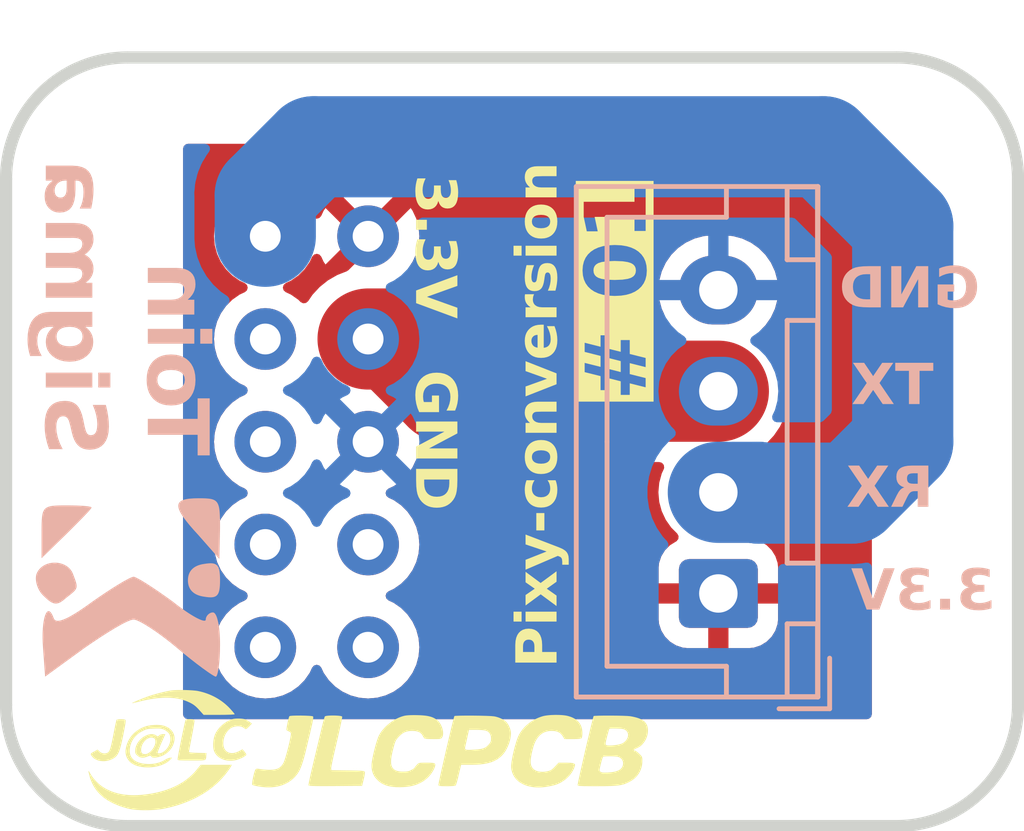
<source format=kicad_pcb>
(kicad_pcb (version 20221018) (generator pcbnew)
  (layers (0 "F.Cu" signal) (31 "B.Cu" signal) (34 "B.Paste" user) (35 "F.Paste" user) (36 "B.SilkS" user "B.Silkscreen") (37 "F.SilkS" user "F.Silkscreen") (38 "B.Mask" user) (39 "F.Mask" user) (44 "Edge.Cuts" user))
  (net 0 "")
  (net 1 "+3.3V")
  (net 2 "RX-Pixy")
  (net 3 "TX-Pixy")
  (net 4 "GND")
  (footprint "@3pare:pixy" (layer "F.Cu") (at 106.68 65.024)
    (fp_text reference "U1")
    (fp_text value "~")
  )
  (footprint "Connector_JST:JST_XH_B4B-XH-A_1x04_P2.50mm_Vertical" (layer "B.Cu") (at 116.603 73.854 90)
    (fp_text reference "J1")
    (fp_text value "Conn_01x04_Pin")
  )
  (gr_poly (pts (xy 104.291465 73.459738) (xy 104.288683 73.397808) (xy 104.283731 73.342751) (xy 104.28036 73.317711) (xy 104.27635 73.294283) (xy 104.271667 73.272431) (xy 104.266281 73.252119) (xy 104.260159 73.233313) (xy 104.253267 73.215976) (xy 104.245575 73.200073) (xy 104.23705 73.185569) (xy 104.227659 73.172427) (xy 104.21737 73.160613) (xy 104.206151 73.150091) (xy 104.193969 73.140825) (xy 104.180792 73.13278) (xy 104.166589 73.125921) (xy 104.151326 73.120211) (xy 104.134972 73.115616) (xy 104.117493 73.112099) (xy 104.098858 73.109626) (xy 104.079035 73.10816) (xy 104.057991 73.107666) (xy 104.035694 73.108109) (xy 104.012111 73.109453) (xy 103.96096 73.114703) (xy 103.904279 73.12313) (xy 103.856121 73.130981) (xy 103.833135 73.135828) (xy 103.810883 73.141286) (xy 103.789367 73.147351) (xy 103.76859 73.15402) (xy 103.748556 73.16129) (xy 103.729269 73.169157) (xy 103.71073 73.177618) (xy 103.692944 73.186671) (xy 103.675914 73.196311) (xy 103.659643 73.206536) (xy 103.644134 73.217342) (xy 103.629391 73.228727) (xy 103.615416 73.240686) (xy 103.602213 73.253217) (xy 103.589786 73.266317) (xy 103.578136 73.279981) (xy 103.567269 73.294208) (xy 103.557186 73.308993) (xy 103.547891 73.324334) (xy 103.539388 73.340227) (xy 103.531679 73.35667) (xy 103.524768 73.373658) (xy 103.518657 73.391188) (xy 103.513351 73.409258) (xy 103.508853 73.427865) (xy 103.505165 73.447004) (xy 103.502291 73.466673) (xy 103.500234 73.486868) (xy 103.498998 73.507586) (xy 103.498585 73.528825) (xy 103.498998 73.550063) (xy 103.500234 73.570782) (xy 103.502291 73.590977) (xy 103.505165 73.610646) (xy 103.508853 73.629785) (xy 103.513351 73.648391) (xy 103.518657 73.666461) (xy 103.524768 73.683992) (xy 103.531679 73.70098) (xy 103.539388 73.717422) (xy 103.547891 73.733315) (xy 103.557186 73.748656) (xy 103.567269 73.763442) (xy 103.578136 73.777668) (xy 103.589786 73.791333) (xy 103.602213 73.804432) (xy 103.615416 73.816963) (xy 103.629391 73.828923) (xy 103.644134 73.840307) (xy 103.659643 73.851114) (xy 103.675914 73.861338) (xy 103.692944 73.870979) (xy 103.71073 73.880031) (xy 103.729269 73.888493) (xy 103.748556 73.89636) (xy 103.76859 73.90363) (xy 103.810883 73.916364) (xy 103.856121 73.926669) (xy 103.904279 73.934519) (xy 103.96096 73.942947) (xy 104.012111 73.948196) (xy 104.057991 73.949983) (xy 104.079035 73.94949) (xy 104.098858 73.948024) (xy 104.117493 73.945551) (xy 104.134972 73.942034) (xy 104.151326 73.937438) (xy 104.166589 73.931729) (xy 104.180792 73.924869) (xy 104.193969 73.916824) (xy 104.206151 73.907559) (xy 104.21737 73.897037) (xy 104.227659 73.885223) (xy 104.23705 73.872081) (xy 104.245575 73.857577) (xy 104.253267 73.841674) (xy 104.260159 73.824337) (xy 104.266281 73.805531) (xy 104.271667 73.785219) (xy 104.27635 73.763367) (xy 104.283731 73.714899) (xy 104.288683 73.659842) (xy 104.291465 73.597912) (xy 104.292335 73.528825)) (fill solid) (layer "B.SilkS"))
  (gr_poly (pts (xy 104.291517 75.034741) (xy 104.289096 74.955611) (xy 104.285126 74.879324) (xy 104.279657 74.806266) (xy 104.272741 74.736826) (xy 104.26443 74.671391) (xy 104.254775 74.610348) (xy 104.243828 74.554085) (xy 104.231641 74.50299) (xy 104.218265 74.45745) (xy 104.211148 74.436885) (xy 104.203753 74.417853) (xy 104.196087 74.400404) (xy 104.188155 74.384587) (xy 104.179966 74.370448) (xy 104.171524 74.358038) (xy 104.162837 74.347404) (xy 104.153911 74.338594) (xy 104.144752 74.331659) (xy 104.135368 74.326644) (xy 104.125763 74.3236) (xy 104.115946 74.322575) (xy 104.10768 74.32283) (xy 104.099431 74.323587) (xy 104.091214 74.324828) (xy 104.083045 74.326537) (xy 104.074941 74.328698) (xy 104.066918 74.331295) (xy 104.058991 74.334312) (xy 104.051178 74.337733) (xy 104.043494 74.341542) (xy 104.035955 74.345722) (xy 104.028578 74.350257) (xy 104.021378 74.355131) (xy 104.014372 74.360328) (xy 104.007576 74.365832) (xy 104.001006 74.371627) (xy 103.994679 74.377696) (xy 103.988609 74.384024) (xy 103.982814 74.390594) (xy 103.97731 74.39739) (xy 103.972113 74.404396) (xy 103.967239 74.411596) (xy 103.962704 74.418973) (xy 103.958524 74.426512) (xy 103.954715 74.434196) (xy 103.951295 74.442009) (xy 103.948277 74.449936) (xy 103.94568 74.457959) (xy 103.943519 74.466063) (xy 103.94181 74.474232) (xy 103.940569 74.482449) (xy 103.939813 74.490698) (xy 103.939557 74.498964) (xy 103.938481 74.508011) (xy 103.935289 74.515328) (xy 103.930037 74.520939) (xy 103.922779 74.524871) (xy 103.913571 74.527149) (xy 103.902466 74.527799) (xy 103.874789 74.52432) (xy 103.840188 74.514639) (xy 103.7991 74.498964) (xy 103.751967 74.477501) (xy 103.699227 74.450457) (xy 103.641319 74.418038) (xy 103.578683 74.380452) (xy 103.511758 74.337906) (xy 103.440983 74.290604) (xy 103.366797 74.238756) (xy 103.28964 74.182566) (xy 103.20995 74.122243) (xy 103.128168 74.057991) (xy 102.957705 73.935243) (xy 102.793029 73.820142) (xy 102.638276 73.715377) (xy 102.497578 73.623634) (xy 102.37507 73.547601) (xy 102.32193 73.516315) (xy 102.274887 73.489964) (xy 102.234459 73.468884) (xy 102.201162 73.453412) (xy 102.175513 73.443882) (xy 102.165718 73.44145) (xy 102.158029 73.44063) (xy 102.137238 73.443882) (xy 102.108282 73.453412) (xy 102.071678 73.468884) (xy 102.027942 73.489964) (xy 101.921144 73.547601) (xy 101.792022 73.623634) (xy 101.64471 73.715377) (xy 101.483342 73.820142) (xy 101.312052 73.935243) (xy 101.134974 74.057991) (xy 101.026027 74.136962) (xy 100.924031 74.208542) (xy 100.828907 74.272785) (xy 100.740579 74.329741) (xy 100.658969 74.379462) (xy 100.620659 74.401626) (xy 100.584 74.422) (xy 100.548981 74.440592) (xy 100.515593 74.457407) (xy 100.483827 74.472453) (xy 100.453672 74.485735) (xy 100.425119 74.497259) (xy 100.398158 74.507034) (xy 100.37278 74.515064) (xy 100.348975 74.521357) (xy 100.326733 74.525918) (xy 100.306045 74.528755) (xy 100.286901 74.529874) (xy 100.26929 74.529281) (xy 100.253204 74.526982) (xy 100.238633 74.522985) (xy 100.225567 74.517295) (xy 100.213997 74.509919) (xy 100.203912 74.500864) (xy 100.195303 74.490136) (xy 100.18816 74.477741) (xy 100.182474 74.463686) (xy 100.15276 74.391386) (xy 100.123356 74.339215) (xy 100.108867 74.320378) (xy 100.094572 74.306215) (xy 100.08051 74.296606) (xy 100.066719 74.291431) (xy 100.053237 74.290571) (xy 100.040105 74.293907) (xy 100.02736 74.301319) (xy 100.015042 74.312687) (xy 100.003189 74.327893) (xy 99.991839 74.346815) (xy 99.970807 74.395335) (xy 99.952255 74.457291) (xy 99.936494 74.531727) (xy 99.923833 74.617686) (xy 99.914583 74.714213) (xy 99.909054 74.820352) (xy 99.907555 74.935147) (xy 99.910397 75.057642) (xy 99.91789 75.18688) (xy 99.970807 75.910075) (xy 100.940946 75.204519) (xy 101.139383 75.067852) (xy 101.334514 74.938007) (xy 101.521376 74.818496) (xy 101.695008 74.712835) (xy 101.775314 74.666296) (xy 101.850451 74.624537) (xy 101.919801 74.587998) (xy 101.982743 74.557117) (xy 102.038657 74.532334) (xy 102.086922 74.514088) (xy 102.12692 74.502818) (xy 102.143624 74.499936) (xy 102.158029 74.498964) (xy 102.185422 74.502624) (xy 102.220902 74.513364) (xy 102.263875 74.530822) (xy 102.313748 74.554637) (xy 102.369924 74.584445) (xy 102.431811 74.619887) (xy 102.570338 74.706221) (xy 102.724575 74.810745) (xy 102.889767 74.930565) (xy 103.061161 75.062788) (xy 103.234001 75.204519) (xy 103.40443 75.34625) (xy 103.568865 75.478473) (xy 103.722964 75.598294) (xy 103.862387 75.702818) (xy 103.982793 75.789152) (xy 104.034508 75.824593) (xy 104.079842 75.854402) (xy 104.11825 75.878216) (xy 104.149191 75.895674) (xy 104.172123 75.906414) (xy 104.180415 75.909152) (xy 104.186502 75.910075) (xy 104.191461 75.909049) (xy 104.196411 75.906005) (xy 104.206242 75.894055) (xy 104.215918 75.874612) (xy 104.225362 75.848063) (xy 104.234496 75.814796) (xy 104.243242 75.775199) (xy 104.259262 75.678564) (xy 104.272801 75.561259) (xy 104.28324 75.426383) (xy 104.289958 75.277039) (xy 104.292335 75.116325)) (fill solid) (layer "B.SilkS"))
  (gr_poly (pts (xy 101.116515 71.726402) (xy 101.114083 71.72325) (xy 101.104553 71.717256) (xy 101.089081 71.711675) (xy 101.068001 71.706507) (xy 101.010365 71.697412) (xy 100.934331 71.689971) (xy 100.842589 71.684183) (xy 100.737823 71.680049) (xy 100.622722 71.677568) (xy 100.499974 71.676742) (xy 100.394209 71.677095) (xy 100.301261 71.67874) (xy 100.220301 71.682555) (xy 100.150503 71.68942) (xy 100.119532 71.69427) (xy 100.091041 71.700211) (xy 100.064927 71.707355) (xy 100.041087 71.715809) (xy 100.019417 71.725685) (xy 99.999815 71.737091) (xy 99.982176 71.750138) (xy 99.966397 71.764936) (xy 99.952376 71.781594) (xy 99.940008 71.800222) (xy 99.92919 71.820931) (xy 99.91982 71.843829) (xy 99.911793 71.869026) (xy 99.905006 71.896633) (xy 99.899356 71.92676) (xy 99.894739 71.959515) (xy 99.888194 72.033352) (xy 99.884542 72.119023) (xy 99.882957 72.217406) (xy 99.882613 72.32938) (xy 99.882613 72.982019) (xy 100.499974 72.382297) (xy 100.737823 72.143896) (xy 100.842589 72.037822) (xy 100.934331 71.94353) (xy 101.010365 71.863293) (xy 101.04165 71.829157) (xy 101.068001 71.799387) (xy 101.089081 71.774268) (xy 101.104553 71.754084) (xy 101.114083 71.739119) (xy 101.116515 71.733683) (xy 101.117335 71.729658)) (fill solid) (layer "B.SilkS"))
  (gr_poly (pts (xy 104.292012 72.116594) (xy 104.290578 72.006781) (xy 104.287335 71.910818) (xy 104.281586 71.827774) (xy 104.277554 71.790806) (xy 104.272633 71.756719) (xy 104.266737 71.725397) (xy 104.259779 71.696723) (xy 104.25167 71.670581) (xy 104.242325 71.646855) (xy 104.231655 71.625429) (xy 104.219574 71.606186) (xy 104.205995 71.58901) (xy 104.190829 71.573785) (xy 104.173991 71.560394) (xy 104.155392 71.548722) (xy 104.134946 71.538651) (xy 104.112566 71.530067) (xy 104.088163 71.522851) (xy 104.061651 71.516889) (xy 104.032943 71.512064) (xy 104.001952 71.508259) (xy 103.93277 71.503247) (xy 103.853408 71.500921) (xy 103.763168 71.500353) (xy 103.645346 71.502708) (xy 103.543233 71.510102) (xy 103.498068 71.515842) (xy 103.45683 71.523026) (xy 103.41952 71.531714) (xy 103.386137 71.54197) (xy 103.356681 71.553852) (xy 103.331153 71.567425) (xy 103.309553 71.582747) (xy 103.291879 71.599882) (xy 103.278133 71.618889) (xy 103.268315 71.639832) (xy 103.262424 71.66277) (xy 103.26046 71.687766) (xy 103.262424 71.714881) (xy 103.268315 71.744175) (xy 103.278133 71.775711) (xy 103.291879 71.80955) (xy 103.309553 71.845753) (xy 103.331153 71.884382) (xy 103.356681 71.925497) (xy 103.386137 71.969161) (xy 103.45683 72.064379) (xy 103.543233 72.170527) (xy 103.645346 72.288095) (xy 103.763168 72.417575) (xy 104.274696 72.999658) (xy 104.292335 72.241186)) (fill solid) (layer "B.SilkS"))
  (gr_poly (pts (xy 100.748641 73.657499) (xy 100.747057 73.641014) (xy 100.744292 73.623569) (xy 100.740376 73.605046) (xy 100.735343 73.585324) (xy 100.722054 73.541809) (xy 100.704682 73.492066) (xy 100.658724 73.370075) (xy 100.644129 73.336434) (xy 100.626917 73.304963) (xy 100.607264 73.275662) (xy 100.585344 73.248532) (xy 100.56133 73.223572) (xy 100.535398 73.200783) (xy 100.507722 73.180164) (xy 100.478477 73.161715) (xy 100.447836 73.145437) (xy 100.415974 73.13133) (xy 100.383066 73.119392) (xy 100.349285 73.109626) (xy 100.314808 73.102029) (xy 100.279806 73.096603) (xy 100.244457 73.093347) (xy 100.208932 73.092262) (xy 100.173408 73.093347) (xy 100.138058 73.096603) (xy 100.103057 73.102029) (xy 100.068579 73.109626) (xy 100.034799 73.119392) (xy 100.001891 73.13133) (xy 99.970029 73.145437) (xy 99.939388 73.161715) (xy 99.910142 73.180164) (xy 99.882466 73.200783) (xy 99.856534 73.223572) (xy 99.832521 73.248532) (xy 99.8106 73.275662) (xy 99.790947 73.304963) (xy 99.773736 73.336434) (xy 99.75914 73.370075) (xy 99.75454 73.383658) (xy 99.750657 73.39792) (xy 99.745015 73.428297) (xy 99.742165 73.460844) (xy 99.742053 73.495201) (xy 99.744628 73.531004) (xy 99.749839 73.567892) (xy 99.757633 73.605504) (xy 99.76796 73.643478) (xy 99.780767 73.681451) (xy 99.796003 73.719063) (xy 99.813616 73.755951) (xy 99.833554 73.791754) (xy 99.855767 73.826111) (xy 99.880201 73.858658) (xy 99.906806 73.889035) (xy 99.920906 73.903297) (xy 99.935529 73.91688) (xy 99.977133 73.957395) (xy 100.016179 73.992948) (xy 100.053003 74.023541) (xy 100.070686 74.036976) (xy 100.08794 74.049172) (xy 100.104807 74.060127) (xy 100.121328 74.069843) (xy 100.137545 74.078318) (xy 100.1535 74.085552) (xy 100.169236 74.091547) (xy 100.184795 74.096301) (xy 100.200218 74.099815) (xy 100.215547 74.102089) (xy 100.230824 74.103122) (xy 100.246092 74.102916) (xy 100.261392 74.101469) (xy 100.276766 74.098782) (xy 100.292257 74.094854) (xy 100.307905 74.089686) (xy 100.323754 74.083279) (xy 100.339846 74.07563) (xy 100.356221 74.066742) (xy 100.372923 74.056614) (xy 100.389993 74.045245) (xy 100.407473 74.032636) (xy 100.425405 74.018786) (xy 100.443832 74.003697) (xy 100.482335 73.969797) (xy 100.586859 73.888321) (xy 100.628605 73.854494) (xy 100.663685 73.824001) (xy 100.678806 73.809705) (xy 100.692357 73.795884) (xy 100.70437 73.782419) (xy 100.714879 73.769189) (xy 100.723915 73.756076) (xy 100.73151 73.742959) (xy 100.737697 73.72972) (xy 100.742509 73.716238) (xy 100.745976 73.702395) (xy 100.748133 73.68807) (xy 100.74901 73.673145)) (fill solid) (layer "B.SilkS"))
  (gr_poly (pts (xy 102.74409 77.103534) (xy 102.773225 77.104428) (xy 102.801306 77.106142) (xy 102.828023 77.108692) (xy 102.853065 77.112098) (xy 102.876123 77.116378) (xy 102.896887 77.121548) (xy 102.913546 77.12645) (xy 102.92978 77.131885) (xy 102.94558 77.13784) (xy 102.960935 77.1443) (xy 102.975833 77.15125) (xy 102.990265 77.158678) (xy 103.004219 77.166568) (xy 103.017686 77.174906) (xy 103.030653 77.183678) (xy 103.043112 77.19287) (xy 103.05505 77.202468) (xy 103.066458 77.212457) (xy 103.077324 77.222824) (xy 103.087639 77.233553) (xy 103.097391 77.244632) (xy 103.106569 77.256045) (xy 103.115164 77.267778) (xy 103.123164 77.279818) (xy 103.130558 77.292149) (xy 103.137337 77.304758) (xy 103.14349 77.317631) (xy 103.149005 77.330753) (xy 103.153872 77.344111) (xy 103.15808 77.357689) (xy 103.16162 77.371474) (xy 103.164479 77.385451) (xy 103.166648 77.399607) (xy 103.168116 77.413927) (xy 103.168872 77.428396) (xy 103.168905 77.443001) (xy 103.168205 77.457728) (xy 103.166762 77.472562) (xy 103.163804 77.493596) (xy 103.159907 77.514352) (xy 103.155091 77.534809) (xy 103.149378 77.554948) (xy 103.142789 77.574748) (xy 103.135345 77.59419) (xy 103.127068 77.613254) (xy 103.117979 77.631918) (xy 103.1081 77.650165) (xy 103.097451 77.667972) (xy 103.086054 77.685321) (xy 103.07393 77.702191) (xy 103.061101 77.718563) (xy 103.047588 77.734416) (xy 103.018595 77.764486) (xy 102.987122 77.79224) (xy 102.953338 77.817519) (xy 102.917415 77.840163) (xy 102.879524 77.860011) (xy 102.859893 77.868837) (xy 102.839834 77.876903) (xy 102.819367 77.884191) (xy 102.798516 77.89068) (xy 102.7773 77.896349) (xy 102.75574 77.901179) (xy 102.73386 77.905151) (xy 102.711679 77.908243) (xy 102.698105 77.909749) (xy 102.685771 77.910951) (xy 102.674595 77.911832) (xy 102.664494 77.912377) (xy 102.659821 77.912519) (xy 102.655386 77.912571) (xy 102.651177 77.912531) (xy 102.647186 77.912397) (xy 102.643402 77.912168) (xy 102.639814 77.911842) (xy 102.636412 77.911416) (xy 102.633185 77.910889) (xy 102.630124 77.910258) (xy 102.627219 77.909522) (xy 102.624457 77.908678) (xy 102.62183 77.907726) (xy 102.619328 77.906662) (xy 102.616938 77.905486) (xy 102.614653 77.904194) (xy 102.61246 77.902786) (xy 102.61035 77.901258) (xy 102.608312 77.89961) (xy 102.606336 77.897839) (xy 102.604412 77.895944) (xy 102.602529 77.893922) (xy 102.600677 77.891771) (xy 102.598846 77.88949) (xy 102.597026 77.887076) (xy 102.593224 77.882095) (xy 102.589677 77.87774) (xy 102.586271 77.874015) (xy 102.582887 77.870925) (xy 102.581168 77.869621) (xy 102.579411 77.868477) (xy 102.577601 77.867494) (xy 102.575725 77.866674) (xy 102.573767 77.866017) (xy 102.571713 77.865523) (xy 102.569549 77.865193) (xy 102.56726 77.865027) (xy 102.564831 77.865028) (xy 102.562249 77.865194) (xy 102.556563 77.866026) (xy 102.550087 77.867531) (xy 102.542703 77.869713) (xy 102.534297 77.872576) (xy 102.524751 77.876128) (xy 102.501776 77.885312) (xy 102.481677 77.89298) (xy 102.462364 77.899447) (xy 102.443795 77.90471) (xy 102.425928 77.908766) (xy 102.408724 77.911613) (xy 102.400356 77.912582) (xy 102.392139 77.913248) (xy 102.384066 77.913611) (xy 102.376133 77.913669) (xy 102.368334 77.913423) (xy 102.360665 77.912873) (xy 102.353119 77.912018) (xy 102.345692 77.910857) (xy 102.338379 77.909391) (xy 102.331175 77.907619) (xy 102.324073 77.905541) (xy 102.31707 77.903156) (xy 102.31016 77.900465) (xy 102.303338 77.897466) (xy 102.296599 77.89416) (xy 102.289937 77.890546) (xy 102.283347 77.886624) (xy 102.276825 77.882394) (xy 102.270364 77.877855) (xy 102.263961 77.873007) (xy 102.251303 77.862381) (xy 102.242221 77.854114) (xy 102.234123 77.846427) (xy 102.22696 77.839201) (xy 102.220683 77.832313) (xy 102.215244 77.825642) (xy 102.210593 77.819066) (xy 102.20668 77.812465) (xy 102.204986 77.809117) (xy 102.203458 77.805717) (xy 102.20209 77.802249) (xy 102.200876 77.798699) (xy 102.198886 77.791292) (xy 102.197439 77.783373) (xy 102.196485 77.774821) (xy 102.195976 77.765514) (xy 102.195862 77.755332) (xy 102.196094 77.744152) (xy 102.196623 77.731854) (xy 102.197442 77.719507) (xy 102.343026 77.719507) (xy 102.343341 77.733776) (xy 102.344307 77.746843) (xy 102.345044 77.752939) (xy 102.345956 77.758748) (xy 102.347045 77.764277) (xy 102.348317 77.769529) (xy 102.349775 77.77451) (xy 102.351423 77.779225) (xy 102.353265 77.783678) (xy 102.355304 77.787874) (xy 102.357545 77.791819) (xy 102.359991 77.795516) (xy 102.362647 77.798971) (xy 102.365515 77.802189) (xy 102.368601 77.805174) (xy 102.371908 77.807931) (xy 102.375439 77.810466) (xy 102.379199 77.812783) (xy 102.383192 77.814886) (xy 102.387421 77.816781) (xy 102.39189 77.818473) (xy 102.396604 77.819966) (xy 102.401565 77.821265) (xy 102.406779 77.822375) (xy 102.412248 77.823301) (xy 102.417977 77.824048) (xy 102.43023 77.825023) (xy 102.443567 77.82534) (xy 102.453913 77.82484) (xy 102.464422 77.823366) (xy 102.475064 77.820958) (xy 102.485804 77.817654) (xy 102.496612 77.813493) (xy 102.507455 77.808515) (xy 102.5183 77.802759) (xy 102.529116 77.796263) (xy 102.550529 77.78121) (xy 102.571436 77.763669) (xy 102.591577 77.743953) (xy 102.610696 77.722373) (xy 102.628533 77.699243) (xy 102.64483 77.674875) (xy 102.659329 77.649583) (xy 102.67177 77.623678) (xy 102.681897 77.597473) (xy 102.686012 77.584356) (xy 102.689451 77.571281) (xy 102.692182 77.558288) (xy 102.694172 77.545415) (xy 102.69539 77.532702) (xy 102.695803 77.520187) (xy 102.695682 77.513889) (xy 102.695328 77.507592) (xy 102.694757 77.501335) (xy 102.693984 77.495162) (xy 102.693026 77.489112) (xy 102.691897 77.483228) (xy 102.690613 77.477551) (xy 102.689189 77.472121) (xy 102.687641 77.466981) (xy 102.685985 77.462172) (xy 102.684236 77.457734) (xy 102.682409 77.45371) (xy 102.68052 77.450141) (xy 102.678585 77.447068) (xy 102.677605 77.445731) (xy 102.676619 77.444533) (xy 102.675629 77.443479) (xy 102.674637 77.442576) (xy 102.662827 77.434424) (xy 102.650584 77.427799) (xy 102.637961 77.422657) (xy 102.62501 77.418953) (xy 102.611784 77.416643) (xy 102.598335 77.415682) (xy 102.584717 77.416027) (xy 102.570981 77.417633) (xy 102.55718 77.420457) (xy 102.543368 77.424453) (xy 102.529596 77.429577) (xy 102.515918 77.435786) (xy 102.502385 77.443034) (xy 102.489052 77.451279) (xy 102.475969 77.460475) (xy 102.463191 77.470578) (xy 102.450769 77.481544) (xy 102.438756 77.493329) (xy 102.427205 77.505888) (xy 102.416169 77.519178) (xy 102.405699 77.533153) (xy 102.39585 77.547771) (xy 102.386673 77.562986) (xy 102.378221 77.578754) (xy 102.370547 77.595031) (xy 102.363703 77.611773) (xy 102.357742 77.628935) (xy 102.352717 77.646474) (xy 102.34868 77.664345) (xy 102.345684 77.682503) (xy 102.343782 77.700905) (xy 102.343026 77.719507) (xy 102.197442 77.719507) (xy 102.197862 77.713169) (xy 102.20023 77.69451) (xy 102.20369 77.675916) (xy 102.208202 77.657422) (xy 102.213728 77.639067) (xy 102.22023 77.620888) (xy 102.227669 77.602921) (xy 102.236007 77.585203) (xy 102.245206 77.567772) (xy 102.255226 77.550665) (xy 102.26603 77.53392) (xy 102.277579 77.517572) (xy 102.289835 77.50166) (xy 102.302759 77.486221) (xy 102.316313 77.471291) (xy 102.330458 77.456908) (xy 102.345156 77.443108) (xy 102.360369 77.42993) (xy 102.376057 77.417411) (xy 102.392184 77.405586) (xy 102.408709 77.394494) (xy 102.425596 77.384172) (xy 102.442804 77.374656) (xy 102.460297 77.365985) (xy 102.478035 77.358194) (xy 102.49598 77.351322) (xy 102.514093 77.345405) (xy 102.532337 77.340481) (xy 102.550673 77.336586) (xy 102.569061 77.333758) (xy 102.587465 77.332034) (xy 102.605845 77.331451) (xy 102.613487 77.331614) (xy 102.621176 77.332092) (xy 102.628875 77.33287) (xy 102.636548 77.333931) (xy 102.644159 77.335262) (xy 102.651672 77.336846) (xy 102.65905 77.338668) (xy 102.666258 77.340711) (xy 102.67326 77.342962) (xy 102.680018 77.345404) (xy 102.686497 77.348021) (xy 102.692662 77.350799) (xy 102.698474 77.353721) (xy 102.7039 77.356772) (xy 102.708901 77.359938) (xy 102.713442 77.363201) (xy 102.720611 77.368782) (xy 102.726971 77.373619) (xy 102.732623 77.377712) (xy 102.735216 77.379479) (xy 102.737668 77.38106) (xy 102.739995 77.382456) (xy 102.742207 77.383665) (xy 102.744318 77.384688) (xy 102.74634 77.385525) (xy 102.748285 77.386176) (xy 102.750168 77.386641) (xy 102.751999 77.38692) (xy 102.753791 77.387013) (xy 102.755558 77.38692) (xy 102.757312 77.386641) (xy 102.759065 77.386176) (xy 102.76083 77.385525) (xy 102.762619 77.384688) (xy 102.764446 77.383665) (xy 102.766322 77.382456) (xy 102.768261 77.38106) (xy 102.770274 77.379479) (xy 102.772375 77.377712) (xy 102.776891 77.373619) (xy 102.781907 77.368782) (xy 102.787526 77.363201) (xy 102.791075 77.359938) (xy 102.795084 77.356772) (xy 102.799517 77.353721) (xy 102.804338 77.350799) (xy 102.80951 77.348021) (xy 102.814997 77.345404) (xy 102.820763 77.342962) (xy 102.826772 77.340711) (xy 102.832988 77.338668) (xy 102.839374 77.336846) (xy 102.845895 77.335262) (xy 102.852514 77.333931) (xy 102.859195 77.33287) (xy 102.865902 77.332092) (xy 102.872598 77.331614) (xy 102.879248 77.331451) (xy 102.940984 77.331451) (xy 102.84397 77.550173) (xy 102.824684 77.594915) (xy 102.806763 77.637238) (xy 102.790578 77.676212) (xy 102.776501 77.710908) (xy 102.764905 77.740394) (xy 102.756162 77.763742) (xy 102.750643 77.78002) (xy 102.749209 77.785217) (xy 102.74872 77.788298) (xy 102.748904 77.790696) (xy 102.749447 77.792928) (xy 102.750336 77.794995) (xy 102.751559 77.796897) (xy 102.753102 77.798633) (xy 102.754952 77.800204) (xy 102.757097 77.80161) (xy 102.759524 77.80285) (xy 102.762219 77.803925) (xy 102.76517 77.804835) (xy 102.771788 77.806158) (xy 102.779275 77.806819) (xy 102.787526 77.806819) (xy 102.796438 77.806158) (xy 102.805909 77.804835) (xy 102.815834 77.80285) (xy 102.826111 77.800204) (xy 102.836635 77.796897) (xy 102.847305 77.792928) (xy 102.858016 77.788298) (xy 102.868665 77.783007) (xy 102.883808 77.774472) (xy 102.89847 77.765104) (xy 102.912634 77.754948) (xy 102.926284 77.744049) (xy 102.939402 77.732453) (xy 102.951973 77.720204) (xy 102.963981 77.707348) (xy 102.975407 77.69393) (xy 102.986237 77.679995) (xy 102.996454 77.665589) (xy 103.014981 77.635543) (xy 103.030858 77.604153) (xy 103.043951 77.571781) (xy 103.05413 77.538789) (xy 103.058085 77.522173) (xy 103.061263 77.505539) (xy 103.063645 77.488929) (xy 103.065217 77.472392) (xy 103.065961 77.45597) (xy 103.065862 77.43971) (xy 103.064902 77.423656) (xy 103.063065 77.407855) (xy 103.060335 77.39235) (xy 103.056694 77.377188) (xy 103.052128 77.362414) (xy 103.046619 77.348072) (xy 103.04015 77.334208) (xy 103.032706 77.320868) (xy 103.028706 77.315108) (xy 103.024018 77.309106) (xy 103.018699 77.302908) (xy 103.012807 77.296559) (xy 103.006399 77.290107) (xy 102.99953 77.283599) (xy 102.992258 77.27708) (xy 102.98464 77.270597) (xy 102.976733 77.264197) (xy 102.968593 77.257926) (xy 102.960277 77.25183) (xy 102.951843 77.245957) (xy 102.943346 77.240353) (xy 102.934845 77.235064) (xy 102.926395 77.230137) (xy 102.918053 77.225618) (xy 102.893028 77.214414) (xy 102.88125 77.209789) (xy 102.869657 77.205774) (xy 102.858023 77.202337) (xy 102.84612 77.199449) (xy 102.833721 77.197077) (xy 102.820599 77.195191) (xy 102.806525 77.193759) (xy 102.791274 77.192751) (xy 102.774617 77.192136) (xy 102.756327 77.191883) (xy 102.713938 77.192338) (xy 102.662289 77.193868) (xy 102.609046 77.195952) (xy 102.586182 77.197181) (xy 102.565413 77.198636) (xy 102.546433 77.20039) (xy 102.528933 77.202518) (xy 102.512607 77.205096) (xy 102.497145 77.208199) (xy 102.482242 77.211901) (xy 102.46759 77.216278) (xy 102.452881 77.221404) (xy 102.437807 77.227354) (xy 102.422062 77.234203) (xy 102.405337 77.242027) (xy 102.387326 77.250899) (xy 102.36772 77.260895) (xy 102.332589 77.280373) (xy 102.299332 77.301706) (xy 102.268001 77.324806) (xy 102.238653 77.349586) (xy 102.211341 77.375957) (xy 102.186119 77.403832) (xy 102.163041 77.433124) (xy 102.142163 77.463743) (xy 102.123537 77.495602) (xy 102.107219 77.528614) (xy 102.093263 77.56269) (xy 102.081722 77.597743) (xy 102.072652 77.633685) (xy 102.066105 77.670428) (xy 102.062138 77.707884) (xy 102.060803 77.745965) (xy 102.061082 77.760367) (xy 102.061917 77.774467) (xy 102.063306 77.788264) (xy 102.065248 77.801755) (xy 102.067739 77.814938) (xy 102.07078 77.827813) (xy 102.074366 77.840375) (xy 102.078497 77.852625) (xy 102.083171 77.864559) (xy 102.088386 77.876177) (xy 102.094139 77.887475) (xy 102.100429 77.898452) (xy 102.107254 77.909106) (xy 102.114612 77.919435) (xy 102.1225 77.929437) (xy 102.130918 77.939111) (xy 102.139863 77.948453) (xy 102.149333 77.957464) (xy 102.159326 77.966139) (xy 102.169841 77.974478) (xy 102.180875 77.982479) (xy 102.192426 77.990139) (xy 102.204493 77.997456) (xy 102.217073 78.00443) (xy 102.243766 78.017336) (xy 102.272491 78.028842) (xy 102.303231 78.038932) (xy 102.33597 78.04759) (xy 102.374521 78.055633) (xy 102.413361 78.061915) (xy 102.452366 78.066449) (xy 102.491413 78.069253) (xy 102.530377 78.07034) (xy 102.569134 78.069728) (xy 102.607561 78.067431) (xy 102.645533 78.063465) (xy 102.682926 78.057845) (xy 102.719616 78.050587) (xy 102.755479 78.041707) (xy 102.790392 78.031219) (xy 102.82423 78.019139) (xy 102.856869 78.005484) (xy 102.888184 77.990268) (xy 102.918053 77.973507) (xy 102.928418 77.96731) (xy 102.938955 77.961308) (xy 102.94959 77.955527) (xy 102.960249 77.949997) (xy 102.970856 77.944746) (xy 102.981336 77.939803) (xy 102.991615 77.935196) (xy 103.001618 77.930953) (xy 103.011269 77.927102) (xy 103.020493 77.923673) (xy 103.029217 77.920694) (xy 103.037364 77.918192) (xy 103.04486 77.916197) (xy 103.05163 77.914737) (xy 103.057599 77.91384) (xy 103.062692 77.913534) (xy 103.108554 77.913534) (xy 103.050345 77.973507) (xy 103.034114 77.98923) (xy 103.016556 78.004312) (xy 102.977726 78.032507) (xy 102.934395 78.058005) (xy 102.887103 78.080718) (xy 102.83639 78.100557) (xy 102.782796 78.117436) (xy 102.726861 78.131265) (xy 102.669125 78.141958) (xy 102.610128 78.149426) (xy 102.55041 78.153582) (xy 102.490512 78.154337) (xy 102.430972 78.151604) (xy 102.372332 78.145295) (xy 102.315131 78.135323) (xy 102.259909 78.121598) (xy 102.207206 78.104034) (xy 102.191379 78.09781) (xy 102.175985 78.091052) (xy 102.146531 78.075995) (xy 102.118917 78.058979) (xy 102.093215 78.040121) (xy 102.069497 78.019537) (xy 102.047836 77.997343) (xy 102.028304 77.973656) (xy 102.010974 77.948592) (xy 101.995917 77.922266) (xy 101.983206 77.894796) (xy 101.977753 77.880669) (xy 101.972914 77.866298) (xy 101.968697 77.8517) (xy 101.965112 77.836888) (xy 101.962168 77.821877) (xy 101.959874 77.806682) (xy 101.958239 77.791316) (xy 101.957271 77.775796) (xy 101.956981 77.760135) (xy 101.957376 77.744347) (xy 101.958467 77.728448) (xy 101.960262 77.712451) (xy 101.969221 77.661616) (xy 101.981501 77.612354) (xy 101.997031 77.564751) (xy 102.015742 77.518892) (xy 102.037563 77.474862) (xy 102.062426 77.432747) (xy 102.09026 77.392632) (xy 102.120996 77.354602) (xy 102.154564 77.318742) (xy 102.190894 77.285139) (xy 102.229916 77.253876) (xy 102.271561 77.225039) (xy 102.315758 77.198714) (xy 102.362439 77.174985) (xy 102.411533 77.153939) (xy 102.46297 77.135659) (xy 102.485594 77.129358) (xy 102.510264 77.123695) (xy 102.536671 77.118688) (xy 102.564504 77.114355) (xy 102.593453 77.110715) (xy 102.623208 77.107785) (xy 102.65346 77.105584) (xy 102.683897 77.10413) (xy 102.714211 77.10344)) (fill solid) (layer "F.SilkS"))
  (gr_poly (pts (xy 112.660105 76.856917) (xy 112.70305 76.858711) (xy 112.744375 76.86143) (xy 112.78352 76.865079) (xy 112.819923 76.869663) (xy 112.853024 76.875189) (xy 112.882262 76.881659) (xy 112.926146 76.894165) (xy 112.96718 76.908531) (xy 113.005367 76.924757) (xy 113.023393 76.933568) (xy 113.040709 76.942844) (xy 113.057314 76.952585) (xy 113.073208 76.962791) (xy 113.088393 76.973463) (xy 113.102869 76.984599) (xy 113.116635 76.9962) (xy 113.129692 77.008267) (xy 113.14204 77.020798) (xy 113.15368 77.033795) (xy 113.164613 77.047256) (xy 113.174837 77.061183) (xy 113.184354 77.075575) (xy 113.193165 77.090432) (xy 113.201268 77.105754) (xy 113.208665 77.121541) (xy 113.215357 77.137794) (xy 113.221342 77.154511) (xy 113.226622 77.171693) (xy 113.231197 77.189341) (xy 113.235068 77.207453) (xy 113.238233 77.226031) (xy 113.240695 77.245074) (xy 113.242453 77.264582) (xy 113.243859 77.304993) (xy 113.243757 77.316186) (xy 113.243456 77.327238) (xy 113.242964 77.338088) (xy 113.242288 77.348676) (xy 113.241437 77.358945) (xy 113.240418 77.368834) (xy 113.239238 77.378283) (xy 113.237906 77.387234) (xy 113.236429 77.395627) (xy 113.234816 77.403402) (xy 113.233073 77.4105) (xy 113.231209 77.416862) (xy 113.229231 77.422428) (xy 113.227147 77.427139) (xy 113.226068 77.429155) (xy 113.224965 77.430935) (xy 113.223839 77.432471) (xy 113.222692 77.433757) (xy 113.219344 77.43632) (xy 113.214593 77.438717) (xy 113.208441 77.44095) (xy 113.200892 77.443017) (xy 113.191947 77.444919) (xy 113.181609 77.446655) (xy 113.156767 77.449632) (xy 113.126385 77.451947) (xy 113.090483 77.4536) (xy 113.049083 77.454593) (xy 113.002206 77.454923) (xy 112.802887 77.454923) (xy 112.758789 77.384368) (xy 112.747367 77.367205) (xy 112.735539 77.351408) (xy 112.72323 77.33694) (xy 112.710365 77.323762) (xy 112.696871 77.311833) (xy 112.68267 77.301117) (xy 112.66769 77.291574) (xy 112.651854 77.283165) (xy 112.635088 77.275851) (xy 112.617317 77.269594) (xy 112.598466 77.264356) (xy 112.57846 77.260096) (xy 112.557224 77.256777) (xy 112.534683 77.25436) (xy 112.510762 77.252806) (xy 112.485387 77.252076) (xy 112.464267 77.252484) (xy 112.443572 77.253708) (xy 112.423305 77.255746) (xy 112.403466 77.258598) (xy 112.384057 77.262262) (xy 112.36508 77.266738) (xy 112.346537 77.272025) (xy 112.328428 77.278121) (xy 112.310757 77.285026) (xy 112.293523 77.292739) (xy 112.276729 77.301259) (xy 112.260377 77.310584) (xy 112.244468 77.320714) (xy 112.229004 77.331649) (xy 112.213986 77.343386) (xy 112.199416 77.355925) (xy 112.185296 77.369265) (xy 112.171627 77.383405) (xy 112.158411 77.398344) (xy 112.145649 77.414082) (xy 112.133343 77.430616) (xy 112.121495 77.447946) (xy 112.099178 77.484992) (xy 112.078711 77.52521) (xy 112.060107 77.568594) (xy 112.043379 77.615135) (xy 112.02854 77.664826) (xy 112.013389 77.722492) (xy 112.000352 77.77591) (xy 111.989434 77.825297) (xy 111.980639 77.87087) (xy 111.973974 77.912847) (xy 111.971441 77.932555) (xy 111.969443 77.951444) (xy 111.967979 77.969543) (xy 111.967051 77.986879) (xy 111.966659 78.003478) (xy 111.966804 78.019368) (xy 111.967486 78.034575) (xy 111.968706 78.049128) (xy 111.970465 78.063053) (xy 111.972764 78.076377) (xy 111.975602 78.089128) (xy 111.978981 78.101332) (xy 111.982902 78.113016) (xy 111.987364 78.124209) (xy 111.992369 78.134936) (xy 111.997917 78.145226) (xy 112.004009 78.155104) (xy 112.010646 78.164599) (xy 112.017828 78.173737) (xy 112.025555 78.182546) (xy 112.03383 78.191053) (xy 112.042651 78.199284) (xy 112.056066 78.210051) (xy 112.071097 78.219855) (xy 112.087621 78.228682) (xy 112.105517 78.236519) (xy 112.124664 78.243353) (xy 112.144939 78.249173) (xy 112.166223 78.253964) (xy 112.188392 78.257713) (xy 112.211327 78.260408) (xy 112.234904 78.262037) (xy 112.259004 78.262585) (xy 112.283504 78.26204) (xy 112.308284 78.26039) (xy 112.33322 78.25762) (xy 112.358194 78.253719) (xy 112.383081 78.248673) (xy 112.397118 78.245312) (xy 112.410208 78.24179) (xy 112.422482 78.23803) (xy 112.434069 78.233956) (xy 112.445098 78.229488) (xy 112.455697 78.224551) (xy 112.465997 78.219065) (xy 112.476127 78.212954) (xy 112.486215 78.206141) (xy 112.496391 78.198547) (xy 112.506784 78.190095) (xy 112.517523 78.180708) (xy 112.528738 78.170308) (xy 112.540557 78.158818) (xy 112.55311 78.14616) (xy 112.566526 78.132256) (xy 112.656484 78.037007) (xy 112.83111 78.037007) (xy 112.873626 78.037341) (xy 112.893055 78.037762) (xy 112.911284 78.038357) (xy 112.928324 78.039128) (xy 112.944188 78.040076) (xy 112.958889 78.041206) (xy 112.972441 78.042519) (xy 112.984856 78.044018) (xy 112.996146 78.045705) (xy 113.006326 78.047584) (xy 113.015408 78.049657) (xy 113.023404 78.051926) (xy 113.030329 78.054394) (xy 113.036194 78.057063) (xy 113.041012 78.059937) (xy 113.046283 78.064051) (xy 113.050855 78.067881) (xy 113.054728 78.071557) (xy 113.057907 78.075206) (xy 113.059236 78.077061) (xy 113.060393 78.078958) (xy 113.061377 78.080914) (xy 113.062189 78.082943) (xy 113.062829 78.085064) (xy 113.063298 78.08729) (xy 113.063595 78.08964) (xy 113.063722 78.092128) (xy 113.063464 78.097586) (xy 113.062527 78.103793) (xy 113.060912 78.110879) (xy 113.058624 78.118972) (xy 113.055663 78.128203) (xy 113.052033 78.138699) (xy 113.042777 78.164007) (xy 113.028286 78.198177) (xy 113.011354 78.23182) (xy 112.992101 78.264822) (xy 112.97065 78.29707) (xy 112.947121 78.32845) (xy 112.921636 78.358847) (xy 112.894317 78.38815) (xy 112.865285 78.416243) (xy 112.834661 78.443013) (xy 112.802567 78.468346) (xy 112.769124 78.492129) (xy 112.734454 78.514249) (xy 112.698678 78.53459) (xy 112.661917 78.55304) (xy 112.624294 78.569486) (xy 112.585929 78.583812) (xy 112.560731 78.591302) (xy 112.530862 78.599081) (xy 112.497438 78.606942) (xy 112.461574 78.61468) (xy 112.424388 78.622087) (xy 112.386995 78.628957) (xy 112.350512 78.635082) (xy 112.316054 78.640257) (xy 112.27262 78.644807) (xy 112.229984 78.647889) (xy 112.188177 78.64952) (xy 112.147234 78.64972) (xy 112.107185 78.648508) (xy 112.068065 78.645903) (xy 112.029905 78.641925) (xy 111.992738 78.636591) (xy 111.956597 78.629921) (xy 111.921515 78.621935) (xy 111.887523 78.612651) (xy 111.854655 78.602088) (xy 111.822944 78.590266) (xy 111.792421 78.577203) (xy 111.76312 78.562919) (xy 111.735073 78.547432) (xy 111.708312 78.530762) (xy 111.682871 78.512927) (xy 111.658782 78.493947) (xy 111.636078 78.473841) (xy 111.61479 78.452628) (xy 111.594953 78.430327) (xy 111.576598 78.406956) (xy 111.559758 78.382536) (xy 111.544466 78.357084) (xy 111.530755 78.330621) (xy 111.518656 78.303165) (xy 111.508203 78.274735) (xy 111.499428 78.245351) (xy 111.492363 78.215031) (xy 111.487043 78.183794) (xy 111.483498 78.151659) (xy 111.483022 78.12133) (xy 111.485393 78.083319) (xy 111.490358 78.038709) (xy 111.497664 77.988582) (xy 111.518287 77.87611) (xy 111.545234 77.754564) (xy 111.576481 77.632604) (xy 111.610002 77.518892) (xy 111.626982 77.467835) (xy 111.643771 77.422088) (xy 111.660116 77.382733) (xy 111.675762 77.350854) (xy 111.698734 77.310433) (xy 111.723938 77.271238) (xy 111.751292 77.233334) (xy 111.780714 77.196789) (xy 111.812119 77.161671) (xy 111.845426 77.128046) (xy 111.880552 77.095981) (xy 111.917415 77.065545) (xy 111.955931 77.036803) (xy 111.996018 77.009824) (xy 112.037593 76.984674) (xy 112.080574 76.96142) (xy 112.124878 76.94013) (xy 112.170422 76.920871) (xy 112.217124 76.90371) (xy 112.2649 76.888715) (xy 112.293208 76.881543) (xy 112.325503 76.875244) (xy 112.361224 76.869824) (xy 112.399811 76.865288) (xy 112.440702 76.861641) (xy 112.483337 76.858887) (xy 112.571597 76.856083)) (fill solid) (layer "F.SilkS"))
  (gr_poly (pts (xy 106.400063 76.874504) (xy 106.492271 76.879041) (xy 106.529927 76.882081) (xy 106.559881 76.885604) (xy 106.58058 76.889587) (xy 106.586973 76.891744) (xy 106.59047 76.894007) (xy 106.59322 76.900035) (xy 106.594777 76.909241) (xy 106.593833 76.939482) (xy 106.586688 76.989318) (xy 106.57239 77.06334) (xy 106.518537 77.302292) (xy 106.424665 77.693048) (xy 106.406285 77.767688) (xy 106.388749 77.836409) (xy 106.371912 77.899574) (xy 106.355625 77.957549) (xy 106.339741 78.010697) (xy 106.324113 78.059382) (xy 106.308593 78.10397) (xy 106.293034 78.144824) (xy 106.27729 78.182309) (xy 106.261212 78.216789) (xy 106.244654 78.248628) (xy 106.227467 78.278191) (xy 106.209506 78.305842) (xy 106.190622 78.331945) (xy 106.170669 78.356864) (xy 106.149498 78.380965) (xy 106.110703 78.420714) (xy 106.069741 78.457274) (xy 106.026633 78.49064) (xy 105.981405 78.520808) (xy 105.934078 78.547772) (xy 105.884677 78.571527) (xy 105.833224 78.592067) (xy 105.779743 78.609389) (xy 105.724257 78.623485) (xy 105.666789 78.634352) (xy 105.607362 78.641983) (xy 105.546 78.646375) (xy 105.482726 78.647521) (xy 105.417564 78.645417) (xy 105.350535 78.640058) (xy 105.281665 78.631437) (xy 105.24649 78.625343) (xy 105.212928 78.619062) (xy 105.181764 78.612741) (xy 105.153783 78.606522) (xy 105.12977 78.600552) (xy 105.119498 78.597705) (xy 105.110512 78.594974) (xy 105.102912 78.592378) (xy 105.096794 78.589934) (xy 105.092258 78.587661) (xy 105.090613 78.586594) (xy 105.089401 78.585576) (xy 105.087521 78.582551) (xy 105.086165 78.577847) (xy 105.084932 78.563841) (xy 105.085513 78.544435) (xy 105.087719 78.520505) (xy 105.091362 78.492927) (xy 105.096253 78.462576) (xy 105.109024 78.39706) (xy 105.124523 78.330966) (xy 105.132825 78.299892) (xy 105.141243 78.271301) (xy 105.149588 78.246068) (xy 105.157672 78.225071) (xy 105.165307 78.209184) (xy 105.168897 78.203431) (xy 105.172304 78.199284) (xy 105.175432 78.196474) (xy 105.178894 78.193996) (xy 105.182733 78.191855) (xy 105.186993 78.190051) (xy 105.191719 78.188589) (xy 105.196953 78.187471) (xy 105.20274 78.186699) (xy 105.209125 78.186276) (xy 105.21615 78.186204) (xy 105.223859 78.186486) (xy 105.232298 78.187124) (xy 105.241509 78.188122) (xy 105.251536 78.189482) (xy 105.262424 78.191206) (xy 105.286956 78.195757) (xy 105.308964 78.199047) (xy 105.334692 78.202233) (xy 105.363231 78.205213) (xy 105.393672 78.207883) (xy 105.425105 78.21014) (xy 105.45662 78.21188) (xy 105.487309 78.212999) (xy 105.516262 78.213395) (xy 105.54987 78.212869) (xy 105.581319 78.211253) (xy 105.610721 78.208489) (xy 105.62469 78.206659) (xy 105.638191 78.204521) (xy 105.651236 78.202068) (xy 105.663841 78.199292) (xy 105.67602 78.196187) (xy 105.687786 78.192746) (xy 105.699155 78.18896) (xy 105.71014 78.184824) (xy 105.720755 78.180331) (xy 105.731015 78.175472) (xy 105.740934 78.170241) (xy 105.750526 78.164631) (xy 105.759806 78.158635) (xy 105.768787 78.152245) (xy 105.777484 78.145455) (xy 105.785911 78.138257) (xy 105.794082 78.130645) (xy 105.802012 78.12261) (xy 105.809714 78.114147) (xy 105.817203 78.105248) (xy 105.824493 78.095906) (xy 105.831598 78.086113) (xy 105.838533 78.075863) (xy 105.845312 78.065149) (xy 105.851948 78.053963) (xy 105.858457 78.042298) (xy 105.869722 78.017682) (xy 105.882762 77.983198) (xy 105.912668 77.890631) (xy 105.94518 77.776609) (xy 105.977298 77.65314) (xy 106.006027 77.532235) (xy 106.028368 77.425902) (xy 106.036207 77.381953) (xy 106.041325 77.346151) (xy 106.043348 77.319997) (xy 106.041901 77.304993) (xy 106.040395 77.302288) (xy 106.038539 77.29948) (xy 106.036351 77.29659) (xy 106.033853 77.293638) (xy 106.031066 77.290644) (xy 106.02801 77.287629) (xy 106.024706 77.284615) (xy 106.021175 77.281621) (xy 106.017437 77.278669) (xy 106.013513 77.275778) (xy 106.009424 77.27297) (xy 106.00519 77.270266) (xy 106.000832 77.267686) (xy 105.99637 77.26525) (xy 105.991826 77.26298) (xy 105.98722 77.260895) (xy 105.982905 77.259182) (xy 105.97858 77.257357) (xy 105.974275 77.255435) (xy 105.970022 77.253426) (xy 105.965852 77.251346) (xy 105.961795 77.249206) (xy 105.957884 77.24702) (xy 105.954147 77.2448) (xy 105.950618 77.242559) (xy 105.947326 77.240311) (xy 105.944303 77.238068) (xy 105.941579 77.235843) (xy 105.939187 77.233649) (xy 105.937156 77.231498) (xy 105.936286 77.230444) (xy 105.935518 77.229405) (xy 105.934856 77.228384) (xy 105.934303 77.227381) (xy 105.933515 77.225103) (xy 105.933119 77.221311) (xy 105.933428 77.209574) (xy 105.935071 77.192953) (xy 105.937886 77.172232) (xy 105.946396 77.121621) (xy 105.957675 77.064001) (xy 105.970442 77.005638) (xy 105.983417 76.952794) (xy 105.995316 76.911731) (xy 106.000462 76.897576) (xy 106.004859 76.888715) (xy 106.007876 76.886332) (xy 106.013819 76.884143) (xy 106.033712 76.880333) (xy 106.062983 76.877262) (xy 106.100081 76.874907) (xy 106.191545 76.872251) (xy 106.29568 76.872178)) (fill solid) (layer "F.SilkS"))
  (gr_poly (pts (xy 107.101116 76.870856) (xy 107.139217 76.871671) (xy 107.176068 76.873284) (xy 107.210582 76.875689) (xy 107.241676 76.878876) (xy 107.268264 76.882838) (xy 107.28926 76.887568) (xy 107.297322 76.890218) (xy 107.303579 76.893057) (xy 107.307896 76.896084) (xy 107.310137 76.899298) (xy 107.309155 76.916803) (xy 107.302613 76.956983) (xy 107.27508 77.094869) (xy 107.232002 77.291956) (xy 107.177845 77.527243) (xy 107.12209 77.765092) (xy 107.097943 77.871842) (xy 107.077083 77.966892) (xy 107.060109 78.047555) (xy 107.047621 78.111145) (xy 107.040217 78.154973) (xy 107.03861 78.168638) (xy 107.038498 78.176354) (xy 107.043789 78.222215) (xy 107.442429 78.227507) (xy 107.549454 78.228936) (xy 107.637504 78.230676) (xy 107.674943 78.231707) (xy 107.708273 78.232871) (xy 107.737707 78.234184) (xy 107.763456 78.235665) (xy 107.785733 78.237332) (xy 107.804749 78.239203) (xy 107.820716 78.241296) (xy 107.833846 78.24363) (xy 107.839414 78.244892) (xy 107.844351 78.246222) (xy 107.848686 78.24762) (xy 107.852443 78.24909) (xy 107.85565 78.250634) (xy 107.858333 78.252253) (xy 107.860519 78.253951) (xy 107.862234 78.255729) (xy 107.864962 78.259399) (xy 107.867188 78.263838) (xy 107.868908 78.269115) (xy 107.870116 78.275297) (xy 107.870808 78.28245) (xy 107.870978 78.290641) (xy 107.87062 78.299939) (xy 107.869731 78.310409) (xy 107.868304 78.32212) (xy 107.866334 78.335138) (xy 107.860746 78.365366) (xy 107.852926 78.401629) (xy 107.842832 78.444465) (xy 107.802262 78.61027) (xy 107.144332 78.615562) (xy 106.960064 78.616537) (xy 106.812197 78.616747) (xy 106.750731 78.616533) (xy 106.696948 78.616089) (xy 106.650373 78.615402) (xy 106.610534 78.61446) (xy 106.576959 78.613248) (xy 106.549174 78.611755) (xy 106.526706 78.609968) (xy 106.509083 78.607873) (xy 106.501941 78.606706) (xy 106.495832 78.605457) (xy 106.490698 78.604125) (xy 106.48648 78.602708) (xy 106.483118 78.601205) (xy 106.480554 78.599613) (xy 106.478728 78.597932) (xy 106.477581 78.596159) (xy 106.477159 78.591279) (xy 106.477843 78.582086) (xy 106.482322 78.551704) (xy 106.490604 78.506893) (xy 106.502276 78.449536) (xy 106.534136 78.304704) (xy 106.574595 78.132256) (xy 106.772151 77.304993) (xy 106.790596 77.226562) (xy 106.808586 77.152471) (xy 106.825667 77.084417) (xy 106.841383 77.024093) (xy 106.855281 76.973195) (xy 106.866905 76.933418) (xy 106.8758 76.906457) (xy 106.879083 76.898312) (xy 106.881512 76.894007) (xy 106.885035 76.890973) (xy 106.89055 76.888155) (xy 106.90702 76.883165) (xy 106.929835 76.879027) (xy 106.957911 76.875734) (xy 106.990162 76.873278) (xy 107.025503 76.871651) (xy 107.06285 76.870846)) (fill solid) (layer "F.SilkS"))
  (gr_poly (pts (xy 104.556706 78.141076) (xy 104.549437 78.154019) (xy 104.538571 78.1712) (xy 104.524646 78.191895) (xy 104.508199 78.21538) (xy 104.489768 78.240932) (xy 104.46989 78.267828) (xy 104.449102 78.295344) (xy 104.427942 78.322756) (xy 104.363589 78.399664) (xy 104.294945 78.47359) (xy 104.222098 78.544487) (xy 104.145141 78.61231) (xy 104.064164 78.677011) (xy 103.979257 78.738545) (xy 103.89051 78.796864) (xy 103.798014 78.851923) (xy 103.701859 78.903675) (xy 103.602136 78.952072) (xy 103.498935 78.997069) (xy 103.392347 79.03862) (xy 103.282461 79.076677) (xy 103.16937 79.111194) (xy 103.053162 79.142125) (xy 102.933929 79.169423) (xy 102.880002 79.179655) (xy 102.823079 79.188519) (xy 102.763675 79.196015) (xy 102.702308 79.202138) (xy 102.639493 79.206887) (xy 102.575749 79.210258) (xy 102.511591 79.21225) (xy 102.447536 79.212859) (xy 102.384102 79.212083) (xy 102.321804 79.20992) (xy 102.26116 79.206367) (xy 102.202686 79.201421) (xy 102.1469 79.19508) (xy 102.094317 79.187341) (xy 102.045456 79.178202) (xy 102.000831 79.167659) (xy 101.905163 79.14039) (xy 101.814593 79.110157) (xy 101.729092 79.076932) (xy 101.648632 79.040687) (xy 101.573185 79.001393) (xy 101.502722 78.959021) (xy 101.469351 78.936672) (xy 101.437215 78.913544) (xy 101.406311 78.889631) (xy 101.376635 78.864932) (xy 101.348184 78.839442) (xy 101.320954 78.813158) (xy 101.294942 78.786076) (xy 101.270144 78.758193) (xy 101.246556 78.729504) (xy 101.224175 78.700008) (xy 101.202998 78.669699) (xy 101.183021 78.638575) (xy 101.16424 78.606632) (xy 101.146651 78.573867) (xy 101.130252 78.540275) (xy 101.115039 78.505853) (xy 101.101007 78.470598) (xy 101.088154 78.434506) (xy 101.076477 78.397574) (xy 101.06597 78.359798) (xy 101.053923 78.311936) (xy 101.049308 78.292705) (xy 101.045658 78.276537) (xy 101.042989 78.263376) (xy 101.04132 78.253169) (xy 101.040867 78.249156) (xy 101.04067 78.245861) (xy 101.040732 78.243277) (xy 101.041055 78.241397) (xy 101.041642 78.240215) (xy 101.042495 78.239724) (xy 101.043616 78.239917) (xy 101.045007 78.240787) (xy 101.04667 78.242328) (xy 101.048609 78.244533) (xy 101.05332 78.250906) (xy 101.059157 78.259852) (xy 101.066139 78.271318) (xy 101.083609 78.30159) (xy 101.128979 78.373866) (xy 101.179669 78.441168) (xy 101.235542 78.503442) (xy 101.296461 78.560634) (xy 101.362289 78.612689) (xy 101.43289 78.659553) (xy 101.508126 78.701172) (xy 101.587861 78.737491) (xy 101.671957 78.768457) (xy 101.760277 78.794015) (xy 101.852686 78.81411) (xy 101.949045 78.82869) (xy 102.049217 78.837698) (xy 102.153067 78.841082) (xy 102.260456 78.838786) (xy 102.371248 78.830757) (xy 102.482694 78.818028) (xy 102.590773 78.801687) (xy 102.695426 78.78176) (xy 102.796593 78.758272) (xy 102.894216 78.731249) (xy 102.988234 78.700718) (xy 103.078588 78.666704) (xy 103.165218 78.629232) (xy 103.248066 78.58833) (xy 103.327072 78.544021) (xy 103.402177 78.496333) (xy 103.47332 78.445292) (xy 103.540443 78.390922) (xy 103.603486 78.33325) (xy 103.66239 78.272302) (xy 103.717095 78.208104) (xy 103.812345 78.089923) (xy 104.584929 78.089923)) (fill solid) (layer "F.SilkS"))
  (gr_poly (pts (xy 101.854 76.962) (xy 101.872098 76.962585) (xy 101.88954 76.963676) (xy 101.905884 76.965279) (xy 101.920688 76.967398) (xy 101.933511 76.97004) (xy 101.943909 76.973208) (xy 101.948062 76.974992) (xy 101.951442 76.976909) (xy 101.954725 76.979675) (xy 101.957278 76.984151) (xy 101.959078 76.99056) (xy 101.960096 76.999123) (xy 101.960309 77.010064) (xy 101.95969 77.023604) (xy 101.955852 77.059371) (xy 101.948376 77.108202) (xy 101.937056 77.171874) (xy 101.902053 77.350854) (xy 101.887894 77.419475) (xy 101.874434 77.482029) (xy 101.861548 77.538858) (xy 101.849109 77.590302) (xy 101.836991 77.636702) (xy 101.825066 77.6784) (xy 101.813208 77.715736) (xy 101.801291 77.749052) (xy 101.795271 77.764308) (xy 101.789188 77.778688) (xy 101.783027 77.792233) (xy 101.776773 77.804986) (xy 101.770408 77.81699) (xy 101.763918 77.828287) (xy 101.757286 77.83892) (xy 101.750497 77.848932) (xy 101.743535 77.858365) (xy 101.736384 77.867262) (xy 101.729028 77.875665) (xy 101.721451 77.883617) (xy 101.713638 77.891161) (xy 101.705573 77.89834) (xy 101.69724 77.905195) (xy 101.688623 77.911771) (xy 101.67179 77.923579) (xy 101.654398 77.934532) (xy 101.636499 77.944633) (xy 101.618143 77.953883) (xy 101.599381 77.962286) (xy 101.580265 77.969844) (xy 101.560845 77.97656) (xy 101.541173 77.982436) (xy 101.521299 77.987475) (xy 101.501274 77.991679) (xy 101.48115 77.995052) (xy 101.460978 77.997595) (xy 101.440808 77.999311) (xy 101.420692 78.000203) (xy 101.40068 78.000273) (xy 101.380824 77.999524) (xy 101.361175 77.997959) (xy 101.341784 77.995579) (xy 101.322701 77.992389) (xy 101.303978 77.988389) (xy 101.285666 77.983584) (xy 101.267816 77.977975) (xy 101.250478 77.971565) (xy 101.233705 77.964356) (xy 101.217546 77.956352) (xy 101.202054 77.947555) (xy 101.187278 77.937967) (xy 101.173271 77.92759) (xy 101.160083 77.916429) (xy 101.147764 77.904484) (xy 101.136367 77.891759) (xy 101.125942 77.878256) (xy 101.118227 77.867336) (xy 101.111676 77.857614) (xy 101.106382 77.848925) (xy 101.102433 77.841105) (xy 101.100992 77.837468) (xy 101.099921 77.833987) (xy 101.099232 77.83064) (xy 101.098936 77.827407) (xy 101.099045 77.824267) (xy 101.099569 77.821199) (xy 101.10052 77.818183) (xy 101.101909 77.815197) (xy 101.103748 77.812223) (xy 101.106048 77.809237) (xy 101.10882 77.806221) (xy 101.112076 77.803153) (xy 101.115826 77.800013) (xy 101.120083 77.79678) (xy 101.130159 77.789952) (xy 101.142396 77.782504) (xy 101.156883 77.77427) (xy 101.19297 77.754784) (xy 101.267053 77.712451) (xy 101.316442 77.760076) (xy 101.321835 77.765068) (xy 101.327423 77.76979) (xy 101.333192 77.774243) (xy 101.339132 77.778425) (xy 101.345229 77.782335) (xy 101.351471 77.785974) (xy 101.364343 77.792432) (xy 101.377649 77.797795) (xy 101.39129 77.802058) (xy 101.40517 77.805215) (xy 101.419189 77.80726) (xy 101.433249 77.808189) (xy 101.447253 77.807997) (xy 101.461101 77.806679) (xy 101.474696 77.804228) (xy 101.48794 77.800641) (xy 101.494399 77.79842) (xy 101.500734 77.795912) (xy 101.506932 77.793117) (xy 101.512981 77.790035) (xy 101.518868 77.786665) (xy 101.524581 77.783007) (xy 101.532929 77.776184) (xy 101.540846 77.768031) (xy 101.548436 77.758167) (xy 101.555808 77.746213) (xy 101.563065 77.731789) (xy 101.570315 77.714515) (xy 101.577663 77.694011) (xy 101.585215 77.669897) (xy 101.601355 77.609322) (xy 101.619583 77.529751) (xy 101.640746 77.428144) (xy 101.665692 77.301465) (xy 101.677547 77.239339) (xy 101.689091 77.180831) (xy 101.700016 77.127243) (xy 101.71001 77.079876) (xy 101.718764 77.040034) (xy 101.725968 77.009018) (xy 101.731311 76.98813) (xy 101.733188 76.981891) (xy 101.734484 76.978673) (xy 101.736103 76.976746) (xy 101.738607 76.974933) (xy 101.74194 76.973235) (xy 101.746049 76.971652) (xy 101.75637 76.968837) (xy 101.769128 76.966491) (xy 101.78388 76.964622) (xy 101.800185 76.963232) (xy 101.817602 76.962329) (xy 101.835687 76.961916)) (fill solid) (layer "F.SilkS"))
  (gr_poly (pts (xy 104.751616 76.945821) (xy 104.77356 76.946306) (xy 104.79521 76.947264) (xy 104.816271 76.948693) (xy 104.836448 76.950589) (xy 104.855447 76.95295) (xy 104.872973 76.955774) (xy 104.888732 76.959057) (xy 104.902429 76.962798) (xy 104.90893 76.965295) (xy 104.915827 76.968135) (xy 104.930568 76.974732) (xy 104.946178 76.982363) (xy 104.96218 76.9908) (xy 104.9781 76.999816) (xy 104.993462 77.009183) (xy 105.000785 77.013927) (xy 105.00779 77.018674) (xy 105.014418 77.023395) (xy 105.020609 77.028062) (xy 105.080581 77.070395) (xy 105.013553 77.139187) (xy 105.006615 77.146355) (xy 104.999718 77.153284) (xy 104.992904 77.159946) (xy 104.986213 77.166307) (xy 104.979688 77.172338) (xy 104.97337 77.178006) (xy 104.9673 77.183283) (xy 104.961519 77.188135) (xy 104.956069 77.192533) (xy 104.950991 77.196445) (xy 104.946326 77.19984) (xy 104.942116 77.202687) (xy 104.938402 77.204956) (xy 104.935226 77.206615) (xy 104.933852 77.207206) (xy 104.932628 77.207633) (xy 104.931559 77.207892) (xy 104.930651 77.207979) (xy 104.928795 77.207796) (xy 104.926554 77.207259) (xy 104.923957 77.206386) (xy 104.921032 77.205195) (xy 104.917807 77.203705) (xy 104.914311 77.201933) (xy 104.910571 77.199897) (xy 104.906618 77.197616) (xy 104.898181 77.19239) (xy 104.889227 77.186399) (xy 104.879984 77.179788) (xy 104.870679 77.172701) (xy 104.864838 77.168376) (xy 104.858574 77.164329) (xy 104.844864 77.157074) (xy 104.829724 77.150935) (xy 104.813325 77.145912) (xy 104.79584 77.142005) (xy 104.777444 77.139215) (xy 104.758309 77.13754) (xy 104.738607 77.136982) (xy 104.718514 77.13754) (xy 104.6982 77.139215) (xy 104.67784 77.142005) (xy 104.657606 77.145912) (xy 104.637673 77.150935) (xy 104.618212 77.157074) (xy 104.599397 77.164329) (xy 104.581401 77.172701) (xy 104.556817 77.186893) (xy 104.533393 77.203552) (xy 104.511215 77.2225) (xy 104.490368 77.24356) (xy 104.470936 77.266552) (xy 104.453006 77.291298) (xy 104.436662 77.317621) (xy 104.421989 77.345342) (xy 104.409074 77.374282) (xy 104.398001 77.404263) (xy 104.388856 77.435107) (xy 104.381723 77.466637) (xy 104.376689 77.498672) (xy 104.373837 77.531036) (xy 104.373255 77.563549) (xy 104.375026 77.596034) (xy 104.377296 77.613851) (xy 104.380452 77.630914) (xy 104.384471 77.647214) (xy 104.38933 77.662742) (xy 104.395005 77.677488) (xy 104.401474 77.691443) (xy 104.408712 77.704598) (xy 104.416698 77.716943) (xy 104.425406 77.72847) (xy 104.434815 77.739167) (xy 104.444901 77.749027) (xy 104.455641 77.75804) (xy 104.467011 77.766196) (xy 104.478988 77.773486) (xy 104.49155 77.779902) (xy 104.504672 77.785432) (xy 104.518331 77.790068) (xy 104.532504 77.793801) (xy 104.547169 77.796622) (xy 104.562301 77.79852) (xy 104.577878 77.799487) (xy 104.593875 77.799512) (xy 104.610271 77.798588) (xy 104.627041 77.796704) (xy 104.644163 77.793851) (xy 104.661613 77.79002) (xy 104.679368 77.785202) (xy 104.697404 77.779386) (xy 104.715699 77.772564) (xy 104.734229 77.764726) (xy 104.75297 77.755862) (xy 104.771901 77.745965) (xy 104.847748 77.705395) (xy 104.900665 77.768895) (xy 104.906991 77.776667) (xy 104.912743 77.784105) (xy 104.917927 77.791208) (xy 104.922548 77.797972) (xy 104.92661 77.804395) (xy 104.93012 77.810474) (xy 104.931669 77.813384) (xy 104.933082 77.816207) (xy 104.934359 77.818943) (xy 104.935501 77.821592) (xy 104.936509 77.824152) (xy 104.937383 77.826624) (xy 104.938124 77.829008) (xy 104.938733 77.831303) (xy 104.93921 77.833509) (xy 104.939555 77.835626) (xy 104.939771 77.837652) (xy 104.939856 77.839589) (xy 104.939812 77.841435) (xy 104.93964 77.84319) (xy 104.93934 77.844854) (xy 104.938912 77.846427) (xy 104.938358 77.847908) (xy 104.937678 77.849297) (xy 104.936872 77.850594) (xy 104.935942 77.851798) (xy 104.927986 77.860046) (xy 104.917521 77.868834) (xy 104.904809 77.878041) (xy 104.890109 77.887545) (xy 104.873683 77.897224) (xy 104.855792 77.906958) (xy 104.836697 77.916624) (xy 104.816659 77.926102) (xy 104.795939 77.93527) (xy 104.774798 77.944006) (xy 104.753497 77.95219) (xy 104.732296 77.959699) (xy 104.711457 77.966412) (xy 104.691241 77.972208) (xy 104.671908 77.976965) (xy 104.65372 77.980562) (xy 104.632609 77.983979) (xy 104.611622 77.986631) (xy 104.590781 77.988525) (xy 104.570108 77.989671) (xy 104.549623 77.990078) (xy 104.529348 77.989755) (xy 104.509304 77.988712) (xy 104.489513 77.986956) (xy 104.469996 77.984498) (xy 104.450774 77.981346) (xy 104.431869 77.977509) (xy 104.413301 77.972997) (xy 104.395092 77.967818) (xy 104.377264 77.961981) (xy 104.359838 77.955496) (xy 104.342835 77.948371) (xy 104.326276 77.940616) (xy 104.310183 77.932239) (xy 104.294577 77.923251) (xy 104.27948 77.913658) (xy 104.264912 77.903472) (xy 104.250895 77.8927) (xy 104.23745 77.881352) (xy 104.224599 77.869437) (xy 104.212363 77.856964) (xy 104.200763 77.843942) (xy 104.189821 77.830379) (xy 104.179558 77.816286) (xy 104.169995 77.801671) (xy 104.161153 77.786543) (xy 104.153055 77.770911) (xy 104.14572 77.754784) (xy 104.13929 77.736568) (xy 104.133886 77.716458) (xy 104.1295 77.694668) (xy 104.126124 77.671413) (xy 104.123751 77.646908) (xy 104.122373 77.621366) (xy 104.121981 77.595003) (xy 104.122569 77.568033) (xy 104.124128 77.54067) (xy 104.126652 77.513128) (xy 104.130131 77.485623) (xy 104.134558 77.458368) (xy 104.139926 77.431579) (xy 104.146227 77.405469) (xy 104.153452 77.380253) (xy 104.161595 77.356145) (xy 104.175151 77.32388) (xy 104.191247 77.291994) (xy 104.209736 77.26062) (xy 104.23047 77.22989) (xy 104.253302 77.199934) (xy 104.278084 77.170885) (xy 104.30467 77.142875) (xy 104.332913 77.116036) (xy 104.362664 77.090499) (xy 104.393777 77.066396) (xy 104.426105 77.043858) (xy 104.4595 77.023018) (xy 104.493814 77.004008) (xy 104.528901 76.986959) (xy 104.564613 76.972002) (xy 104.600804 76.95927) (xy 104.6145 76.95588) (xy 104.630259 76.952983) (xy 104.647785 76.950577) (xy 104.666784 76.94866) (xy 104.686961 76.947228) (xy 104.708022 76.946279) (xy 104.729672 76.945811)) (fill solid) (layer "F.SilkS"))
  (gr_poly (pts (xy 103.427597 76.240927) (xy 103.524297 76.244296) (xy 103.614321 76.249691) (xy 103.691736 76.256988) (xy 103.723861 76.26131) (xy 103.750609 76.266062) (xy 103.808395 76.278996) (xy 103.865296 76.293964) (xy 103.921258 76.310931) (xy 103.976222 76.329865) (xy 104.030131 76.350732) (xy 104.08293 76.373497) (xy 104.134561 76.398129) (xy 104.184967 76.424592) (xy 104.234091 76.452853) (xy 104.281877 76.482879) (xy 104.328268 76.514636) (xy 104.373207 76.548091) (xy 104.416637 76.58321) (xy 104.458501 76.619959) (xy 104.498742 76.658305) (xy 104.537304 76.698215) (xy 104.560537 76.723667) (xy 104.582283 76.748045) (xy 104.602044 76.770769) (xy 104.619324 76.79126) (xy 104.633628 76.80894) (xy 104.639509 76.816545) (xy 104.64446 76.82323) (xy 104.648418 76.828923) (xy 104.651323 76.833552) (xy 104.653111 76.837043) (xy 104.653567 76.83834) (xy 104.65372 76.839326) (xy 104.651728 76.840958) (xy 104.645883 76.84254) (xy 104.623431 76.845527) (xy 104.587957 76.848225) (xy 104.541052 76.850571) (xy 104.419316 76.853961) (xy 104.270956 76.855201) (xy 103.886428 76.855201) (xy 103.775303 76.731729) (xy 103.759762 76.714786) (xy 103.744814 76.698959) (xy 103.730353 76.684166) (xy 103.716268 76.670323) (xy 103.702453 76.657349) (xy 103.688797 76.64516) (xy 103.675193 76.633674) (xy 103.661533 76.622809) (xy 103.647707 76.61248) (xy 103.633607 76.602607) (xy 103.619124 76.593105) (xy 103.604151 76.583893) (xy 103.588578 76.574887) (xy 103.572298 76.566006) (xy 103.555201 76.557166) (xy 103.537178 76.548284) (xy 103.478486 76.521866) (xy 103.417468 76.498833) (xy 103.354073 76.47918) (xy 103.28825 76.462901) (xy 103.219945 76.449991) (xy 103.149109 76.440446) (xy 103.075689 76.434259) (xy 102.999633 76.431427) (xy 102.920891 76.431943) (xy 102.839409 76.435802) (xy 102.755137 76.443) (xy 102.668022 76.45353) (xy 102.578014 76.467389) (xy 102.48506 76.484571) (xy 102.389109 76.50507) (xy 102.290109 76.528882) (xy 102.256492 76.537201) (xy 102.2249 76.544839) (xy 102.196037 76.551609) (xy 102.170606 76.557324) (xy 102.149308 76.561799) (xy 102.132847 76.564848) (xy 102.12665 76.56578) (xy 102.121926 76.566285) (xy 102.118763 76.56634) (xy 102.117794 76.566192) (xy 102.117248 76.565923) (xy 102.117287 76.564771) (xy 102.119004 76.56299) (xy 102.127166 76.557676) (xy 102.160215 76.540953) (xy 102.211413 76.517864) (xy 102.275777 76.490517) (xy 102.348328 76.46102) (xy 102.424082 76.431482) (xy 102.498058 76.40401) (xy 102.565276 76.380715) (xy 102.624979 76.36165) (xy 102.692331 76.341964) (xy 102.764395 76.322362) (xy 102.838238 76.303545) (xy 102.910922 76.286216) (xy 102.979514 76.271078) (xy 103.041078 76.258834) (xy 103.092678 76.250187) (xy 103.122217 76.246877) (xy 103.156761 76.244213) (xy 103.237896 76.240761) (xy 103.330152 76.239707)) (fill solid) (layer "F.SilkS"))
  (gr_poly (pts (xy 109.112487 76.86135) (xy 109.169276 76.862256) (xy 109.216681 76.863586) (xy 109.261112 76.865619) (xy 109.302737 76.868396) (xy 109.341724 76.871958) (xy 109.37824 76.876347) (xy 109.412455 76.881604) (xy 109.444535 76.887771) (xy 109.474649 76.894888) (xy 109.502965 76.902998) (xy 109.52965 76.912141) (xy 109.554873 76.92236) (xy 109.578801 76.933694) (xy 109.601603 76.946186) (xy 109.623446 76.959877) (xy 109.644499 76.974808) (xy 109.664929 76.99102) (xy 109.675365 77.00034) (xy 109.685498 77.010405) (xy 109.695314 77.021165) (xy 109.704799 77.032572) (xy 109.72272 77.057121) (xy 109.73915 77.083652) (xy 109.753978 77.111765) (xy 109.767093 77.141058) (xy 109.778384 77.171131) (xy 109.787739 77.201585) (xy 109.795049 77.232017) (xy 109.8002 77.262029) (xy 109.803083 77.291219) (xy 109.803587 77.319186) (xy 109.802911 77.332587) (xy 109.801599 77.345532) (xy 109.799637 77.35797) (xy 109.79701 77.369853) (xy 109.793705 77.381131) (xy 109.789708 77.391752) (xy 109.785005 77.401667) (xy 109.779582 77.410826) (xy 109.769618 77.424875) (xy 109.764683 77.430616) (xy 109.759407 77.435576) (xy 109.753511 77.439812) (xy 109.746715 77.443382) (xy 109.738741 77.446342) (xy 109.72931 77.44875) (xy 109.718143 77.450661) (xy 109.70496 77.452133) (xy 109.689483 77.453222) (xy 109.671433 77.453986) (xy 109.626495 77.454765) (xy 109.567915 77.454923) (xy 109.530026 77.454686) (xy 109.493666 77.454014) (xy 109.459704 77.45297) (xy 109.429008 77.451616) (xy 109.402447 77.450014) (xy 109.380887 77.448226) (xy 109.365198 77.446314) (xy 109.359827 77.445331) (xy 109.356248 77.44434) (xy 109.353173 77.443045) (xy 109.349919 77.44117) (xy 109.346516 77.438759) (xy 109.342991 77.435851) (xy 109.339374 77.432489) (xy 109.335691 77.428713) (xy 109.331973 77.424565) (xy 109.328246 77.420086) (xy 109.324541 77.415318) (xy 109.320884 77.410302) (xy 109.317305 77.40508) (xy 109.313832 77.399691) (xy 109.310493 77.394179) (xy 109.307317 77.388584) (xy 109.304332 77.382948) (xy 109.301567 77.377312) (xy 109.293209 77.361372) (xy 109.283977 77.346609) (xy 109.273825 77.333005) (xy 109.262707 77.320537) (xy 109.250576 77.309185) (xy 109.237385 77.298929) (xy 109.223089 77.289748) (xy 109.20764 77.281621) (xy 109.190993 77.274528) (xy 109.1731 77.268447) (xy 109.153915 77.263359) (xy 109.133392 77.259242) (xy 109.111483 77.256076) (xy 109.088144 77.25384) (xy 109.063326 77.252514) (xy 109.036984 77.252076) (xy 109.010218 77.252849) (xy 108.984749 77.254539) (xy 108.960469 77.257196) (xy 108.937269 77.260868) (xy 108.915041 77.265604) (xy 108.893675 77.271455) (xy 108.873064 77.278468) (xy 108.853099 77.286692) (xy 108.833671 77.296178) (xy 108.814672 77.306974) (xy 108.795994 77.319128) (xy 108.777527 77.332691) (xy 108.759164 77.347711) (xy 108.740796 77.364238) (xy 108.722313 77.38232) (xy 108.703609 77.402007) (xy 108.678081 77.431238) (xy 108.667247 77.444574) (xy 108.657472 77.457597) (xy 108.648587 77.470712) (xy 108.640419 77.484327) (xy 108.6328 77.498846) (xy 108.625557 77.514675) (xy 108.618521 77.53222) (xy 108.611522 77.551885) (xy 108.604388 77.574078) (xy 108.596949 77.599204) (xy 108.580474 77.659875) (xy 108.560734 77.737145) (xy 108.54415 77.806939) (xy 108.531499 77.870918) (xy 108.526675 77.900785) (xy 108.522868 77.929265) (xy 108.520088 77.956383) (xy 108.518346 77.982161) (xy 108.517652 78.00662) (xy 108.518019 78.029785) (xy 108.519457 78.051677) (xy 108.521977 78.072319) (xy 108.525589 78.091733) (xy 108.530306 78.109944) (xy 108.536138 78.126971) (xy 108.543095 78.14284) (xy 108.55119 78.157571) (xy 108.560432 78.171189) (xy 108.570833 78.183714) (xy 108.582404 78.195171) (xy 108.595155 78.205581) (xy 108.609099 78.214967) (xy 108.624245 78.223352) (xy 108.640605 78.230759) (xy 108.65819 78.237209) (xy 108.67701 78.242726) (xy 108.697078 78.247332) (xy 108.718402 78.25105) (xy 108.740996 78.253903) (xy 108.764869 78.255912) (xy 108.790033 78.257101) (xy 108.816498 78.257493) (xy 108.853295 78.256538) (xy 108.869716 78.255791) (xy 108.884987 78.254819) (xy 108.899234 78.253589) (xy 108.912585 78.252067) (xy 108.925166 78.250219) (xy 108.937104 78.248012) (xy 108.948525 78.245412) (xy 108.959556 78.242386) (xy 108.970323 78.2389) (xy 108.980953 78.23492) (xy 108.991573 78.230414) (xy 109.002309 78.225346) (xy 109.013288 78.219685) (xy 109.024637 78.213395) (xy 109.032155 78.2091) (xy 109.039468 78.204827) (xy 109.046539 78.200602) (xy 109.053328 78.196446) (xy 109.059796 78.192382) (xy 109.065906 78.188436) (xy 109.071617 78.184628) (xy 109.076892 78.180984) (xy 109.081691 78.177525) (xy 109.085977 78.174276) (xy 109.089709 78.17126) (xy 109.09285 78.168499) (xy 109.09536 78.166017) (xy 109.096366 78.164888) (xy 109.097201 78.163838) (xy 109.097858 78.162869) (xy 109.098334 78.161984) (xy 109.098623 78.161186) (xy 109.09872 78.160479) (xy 109.098984 78.159203) (xy 109.09976 78.157382) (xy 109.101022 78.155049) (xy 109.102744 78.152238) (xy 109.107464 78.145317) (xy 109.113713 78.136887) (xy 109.121286 78.127216) (xy 109.129974 78.116574) (xy 109.139572 78.10523) (xy 109.149873 78.093451) (xy 109.167684 78.07482) (xy 109.175569 78.067282) (xy 109.183221 78.060819) (xy 109.190977 78.055348) (xy 109.199172 78.050787) (xy 109.208142 78.047053) (xy 109.218223 78.044062) (xy 109.229752 78.041733) (xy 109.243063 78.039983) (xy 109.258492 78.038729) (xy 109.276377 78.037889) (xy 109.320853 78.037117) (xy 109.379178 78.037007) (xy 109.41462 78.037098) (xy 109.446334 78.037406) (xy 109.474518 78.037983) (xy 109.487348 78.038389) (xy 109.499371 78.038881) (xy 109.510611 78.039466) (xy 109.521093 78.04015) (xy 109.530841 78.040941) (xy 109.539882 78.041844) (xy 109.548239 78.042865) (xy 109.555937 78.044012) (xy 109.563002 78.045291) (xy 109.569458 78.046708) (xy 109.57533 78.04827) (xy 109.580643 78.049983) (xy 109.585422 78.051853) (xy 109.589691 78.053888) (xy 109.593476 78.056093) (xy 109.596801 78.058475) (xy 109.599692 78.06104) (xy 109.602173 78.063796) (xy 109.604268 78.066747) (xy 109.606004 78.069902) (xy 109.607404 78.073266) (xy 109.608494 78.076846) (xy 109.609299 78.080648) (xy 109.609843 78.084678) (xy 109.610151 78.088944) (xy 109.610248 78.093451) (xy 109.609215 78.107305) (xy 109.606203 78.122924) (xy 109.601342 78.140088) (xy 109.594759 78.158577) (xy 109.586585 78.178172) (xy 109.576948 78.198654) (xy 109.565978 78.219802) (xy 109.553804 78.241397) (xy 109.540555 78.26322) (xy 109.52636 78.28505) (xy 109.511349 78.306668) (xy 109.495651 78.327855) (xy 109.479394 78.348391) (xy 109.462709 78.368056) (xy 109.445723 78.386631) (xy 109.428568 78.403895) (xy 109.394874 78.433875) (xy 109.360513 78.461663) (xy 109.325357 78.487301) (xy 109.289275 78.510831) (xy 109.25214 78.532294) (xy 109.213821 78.551731) (xy 109.174189 78.569184) (xy 109.133116 78.584694) (xy 109.090472 78.598302) (xy 109.046127 78.61005) (xy 108.999953 78.619979) (xy 108.951821 78.62813) (xy 108.901601 78.634545) (xy 108.849164 78.639264) (xy 108.794381 78.64233) (xy 108.737123 78.643784) (xy 108.683667 78.643363) (xy 108.633012 78.641404) (xy 108.585023 78.637858) (xy 108.539567 78.632677) (xy 108.496509 78.625812) (xy 108.455714 78.617212) (xy 108.417048 78.60683) (xy 108.380376 78.594616) (xy 108.362747 78.587806) (xy 108.345565 78.580521) (xy 108.328816 78.572752) (xy 108.312481 78.564495) (xy 108.296543 78.555744) (xy 108.280987 78.546491) (xy 108.265795 78.536731) (xy 108.250951 78.526458) (xy 108.236438 78.515666) (xy 108.222238 78.504348) (xy 108.194714 78.480111) (xy 108.168243 78.453699) (xy 108.142693 78.425062) (xy 108.129218 78.408508) (xy 108.116582 78.391273) (xy 108.1048 78.373375) (xy 108.093882 78.354837) (xy 108.083844 78.335679) (xy 108.074697 78.315921) (xy 108.066454 78.295585) (xy 108.059128 78.274691) (xy 108.052733 78.253259) (xy 108.047281 78.23131) (xy 108.042784 78.208865) (xy 108.039257 78.185945) (xy 108.036712 78.16257) (xy 108.035161 78.138761) (xy 108.034618 78.114538) (xy 108.035095 78.089923) (xy 108.03702 78.059341) (xy 108.041314 78.022451) (xy 108.056069 77.933461) (xy 108.07748 77.830373) (xy 108.103666 77.720609) (xy 108.132746 77.611589) (xy 108.162839 77.510734) (xy 108.192064 77.425464) (xy 108.205763 77.390993) (xy 108.21854 77.363201) (xy 108.240782 77.322988) (xy 108.26634 77.283182) (xy 108.294973 77.24398) (xy 108.32644 77.205581) (xy 108.360501 77.168185) (xy 108.396917 77.13199) (xy 108.435445 77.097196) (xy 108.475847 77.064001) (xy 108.517882 77.032605) (xy 108.56131 77.003206) (xy 108.60589 76.976003) (xy 108.651382 76.951195) (xy 108.697546 76.928981) (xy 108.744141 76.909561) (xy 108.790928 76.893133) (xy 108.837665 76.879895) (xy 108.8632 76.874435) (xy 108.893448 76.869946) (xy 108.928326 76.866408) (xy 108.967751 76.8638) (xy 109.011642 76.862101) (xy 109.059915 76.861292)) (fill solid) (layer "F.SilkS"))
  (gr_poly (pts (xy 110.534306 76.873501) (xy 110.70613 76.875592) (xy 110.864291 76.879482) (xy 110.990247 76.885066) (xy 111.065457 76.892243) (xy 111.08801 76.896657) (xy 111.110615 76.901927) (xy 111.133158 76.907997) (xy 111.155525 76.914815) (xy 111.177603 76.922325) (xy 111.199278 76.930473) (xy 111.220436 76.939205) (xy 111.240963 76.948467) (xy 111.260747 76.958204) (xy 111.279673 76.968362) (xy 111.297627 76.978887) (xy 111.314496 76.989725) (xy 111.330166 77.000821) (xy 111.344523 77.012122) (xy 111.357454 77.023572) (xy 111.368846 77.035118) (xy 111.379686 77.047743) (xy 111.390332 77.061703) (xy 111.400715 77.076848) (xy 111.410765 77.093023) (xy 111.420412 77.110076) (xy 111.429586 77.127856) (xy 111.438217 77.146209) (xy 111.446236 77.164984) (xy 111.453572 77.184027) (xy 111.460157 77.203187) (xy 111.46592 77.22231) (xy 111.470792 77.241245) (xy 111.474703 77.259838) (xy 111.477583 77.277938) (xy 111.479362 77.295392) (xy 111.47997 77.312048) (xy 111.478749 77.348153) (xy 111.475164 77.385498) (xy 111.469331 77.423793) (xy 111.461366 77.46275) (xy 111.451386 77.50208) (xy 111.439507 77.541492) (xy 111.425845 77.580697) (xy 111.410517 77.619406) (xy 111.393638 77.657329) (xy 111.375325 77.694178) (xy 111.355695 77.729663) (xy 111.334863 77.763494) (xy 111.312945 77.795381) (xy 111.290059 77.825037) (xy 111.26632 77.85217) (xy 111.241845 77.876493) (xy 111.21019 77.904179) (xy 111.177288 77.929723) (xy 111.142964 77.953174) (xy 111.107046 77.974581) (xy 111.06936 77.993994) (xy 111.029734 78.011461) (xy 110.987995 78.027032) (xy 110.943969 78.040755) (xy 110.897483 78.05268) (xy 110.848364 78.062855) (xy 110.796439 78.07133) (xy 110.741535 78.078155) (xy 110.683478 78.083377) (xy 110.622097 78.087047) (xy 110.557216 78.089212) (xy 110.488664 78.089923) (xy 110.248776 78.089923) (xy 110.190568 78.331576) (xy 110.179209 78.380999) (xy 110.16783 78.427984) (xy 110.15674 78.471412) (xy 110.14625 78.51017) (xy 110.136669 78.543139) (xy 110.128308 78.569205) (xy 110.124681 78.5793) (xy 110.121476 78.58725) (xy 110.118731 78.592917) (xy 110.116484 78.596159) (xy 110.113834 78.599033) (xy 110.109835 78.601702) (xy 110.104462 78.60417) (xy 110.097688 78.60644) (xy 110.089488 78.608512) (xy 110.079836 78.610391) (xy 110.056071 78.613578) (xy 110.026189 78.61602) (xy 109.989981 78.61774) (xy 109.947241 78.618756) (xy 109.897763 78.61909) (xy 109.867868 78.619025) (xy 109.840918 78.618818) (xy 109.81676 78.61845) (xy 109.795236 78.617905) (xy 109.776194 78.617163) (xy 109.759476 78.616206) (xy 109.751941 78.615642) (xy 109.744929 78.615017) (xy 109.738421 78.61433) (xy 109.732398 78.613578) (xy 109.726839 78.612758) (xy 109.721727 78.611869) (xy 109.71704 78.610909) (xy 109.712761 78.609874) (xy 109.708869 78.608763) (xy 109.705345 78.607574) (xy 109.70217 78.606304) (xy 109.699325 78.604951) (xy 109.696789 78.603513) (xy 109.694545 78.601987) (xy 109.692571 78.600371) (xy 109.69085 78.598664) (xy 109.689361 78.596862) (xy 109.688085 78.594963) (xy 109.687003 78.592966) (xy 109.686096 78.590868) (xy 109.699528 78.512151) (xy 109.740638 78.319642) (xy 109.871083 77.74398) (xy 109.887495 77.674527) (xy 110.346093 77.674527) (xy 110.346124 77.680856) (xy 110.346678 77.686627) (xy 110.347795 77.69186) (xy 110.349514 77.696576) (xy 110.351875 77.700796) (xy 110.354918 77.704541) (xy 110.358682 77.707831) (xy 110.363208 77.710687) (xy 110.368535 77.71313) (xy 110.374702 77.71518) (xy 110.38175 77.716857) (xy 110.389718 77.718184) (xy 110.408574 77.719865) (xy 110.431587 77.720389) (xy 110.459075 77.71992) (xy 110.491356 77.718625) (xy 110.571568 77.714215) (xy 110.609308 77.711762) (xy 110.643963 77.708978) (xy 110.675755 77.705781) (xy 110.704907 77.702088) (xy 110.73164 77.697816) (xy 110.756177 77.692883) (xy 110.767691 77.690142) (xy 110.778739 77.687205) (xy 110.78935 77.684062) (xy 110.79955 77.680701) (xy 110.809368 77.677113) (xy 110.818832 77.673287) (xy 110.827968 77.669213) (xy 110.836805 77.664881) (xy 110.845372 77.66028) (xy 110.853694 77.6554) (xy 110.861801 77.650231) (xy 110.86972 77.644762) (xy 110.877478 77.638983) (xy 110.885105 77.632883) (xy 110.892626 77.626453) (xy 110.900071 77.619681) (xy 110.914841 77.605074) (xy 110.929637 77.588979) (xy 110.938119 77.579059) (xy 110.945736 77.569731) (xy 110.952531 77.560884) (xy 110.958548 77.552406) (xy 110.963831 77.544186) (xy 110.968425 77.536114) (xy 110.972373 77.528078) (xy 110.975718 77.519967) (xy 110.978506 77.51167) (xy 110.980779 77.503075) (xy 110.982582 77.494073) (xy 110.983959 77.484551) (xy 110.984953 77.474399) (xy 110.985609 77.463505) (xy 110.98597 77.451758) (xy 110.986081 77.439048) (xy 110.985947 77.42925) (xy 110.985544 77.419699) (xy 110.984872 77.410394) (xy 110.983931 77.401335) (xy 110.982722 77.392519) (xy 110.981244 77.383947) (xy 110.979498 77.375617) (xy 110.977482 77.367528) (xy 110.975198 77.359679) (xy 110.972645 77.35207) (xy 110.969824 77.344699) (xy 110.966734 77.337566) (xy 110.963375 77.330669) (xy 110.959747 77.324007) (xy 110.955851 77.31758) (xy 110.951686 77.311387) (xy 110.947252 77.305426) (xy 110.942549 77.299696) (xy 110.937578 77.294197) (xy 110.932338 77.288928) (xy 110.926829 77.283888) (xy 110.921052 77.279075) (xy 110.915006 77.274489) (xy 110.908691 77.270128) (xy 110.902107 77.265993) (xy 110.895255 77.262081) (xy 110.888134 77.258392) (xy 110.880744 77.254925) (xy 110.873086 77.251679) (xy 110.865159 77.248653) (xy 110.856963 77.245846) (xy 110.848498 77.243257) (xy 110.832124 77.239966) (xy 110.810106 77.23678) (xy 110.783417 77.2338) (xy 110.753028 77.23113) (xy 110.71991 77.228873) (xy 110.685035 77.227134) (xy 110.649375 77.226014) (xy 110.613901 77.225618) (xy 110.442803 77.225618) (xy 110.412818 77.361437) (xy 110.399589 77.42298) (xy 110.385037 77.488658) (xy 110.359901 77.601326) (xy 110.350403 77.643218) (xy 110.34744 77.660113) (xy 110.346093 77.674527) (xy 109.887495 77.674527) (xy 110.007812 77.165342) (xy 110.056777 76.969113) (xy 110.081207 76.885187) (xy 110.093016 76.881836) (xy 110.122269 76.879051) (xy 110.223834 76.875127) (xy 110.36736 76.873312)) (fill solid) (layer "F.SilkS"))
  (gr_poly (pts (xy 103.555699 76.959932) (xy 103.574226 76.960912) (xy 103.592128 76.962684) (xy 103.608944 76.965238) (xy 103.624215 76.968558) (xy 103.637482 76.972633) (xy 103.643219 76.97495) (xy 103.648283 76.97745) (xy 103.652615 76.980133) (xy 103.656159 76.982995) (xy 103.658857 76.986037) (xy 103.660651 76.989257) (xy 103.661255 76.99377) (xy 103.661105 77.001886) (xy 103.658666 77.028117) (xy 103.653581 77.066337) (xy 103.646099 77.114934) (xy 103.624932 77.236807) (xy 103.597151 77.38084) (xy 103.546439 77.644762) (xy 103.530674 77.729842) (xy 103.526347 77.755236) (xy 103.524831 77.767132) (xy 103.525543 77.770006) (xy 103.527715 77.772682) (xy 103.531401 77.775166) (xy 103.536655 77.777467) (xy 103.543532 77.779592) (xy 103.552085 77.781549) (xy 103.574441 77.784991) (xy 103.604155 77.787854) (xy 103.641661 77.7902) (xy 103.687395 77.792091) (xy 103.74179 77.79359) (xy 103.956984 77.798882) (xy 103.953456 77.851798) (xy 103.950425 77.898503) (xy 103.948619 77.917062) (xy 103.945739 77.932744) (xy 103.941123 77.945791) (xy 103.937957 77.951401) (xy 103.934109 77.956443) (xy 103.929496 77.960946) (xy 103.924035 77.96494) (xy 103.917644 77.968455) (xy 103.910241 77.971522) (xy 103.892065 77.97643) (xy 103.868845 77.979904) (xy 103.83992 77.982184) (xy 103.804628 77.983511) (xy 103.7123 77.984266) (xy 103.586567 77.98409) (xy 103.532126 77.984044) (xy 103.483669 77.98389) (xy 103.440855 77.983602) (xy 103.403343 77.983153) (xy 103.370792 77.982518) (xy 103.356271 77.982123) (xy 103.342861 77.981671) (xy 103.330522 77.981161) (xy 103.319209 77.980587) (xy 103.308881 77.979948) (xy 103.299494 77.979239) (xy 103.291007 77.978458) (xy 103.283377 77.977602) (xy 103.27656 77.976667) (xy 103.270514 77.975649) (xy 103.265197 77.974547) (xy 103.260567 77.973356) (xy 103.256579 77.972073) (xy 103.254813 77.971396) (xy 103.253192 77.970695) (xy 103.251711 77.96997) (xy 103.250364 77.969219) (xy 103.249145 77.968444) (xy 103.248051 77.967642) (xy 103.247074 77.966814) (xy 103.24621 77.96596) (xy 103.245454 77.965079) (xy 103.2448 77.96417) (xy 103.244243 77.963234) (xy 103.243778 77.962269) (xy 103.243398 77.961276) (xy 103.2431 77.960254) (xy 103.242877 77.959203) (xy 103.242725 77.958121) (xy 103.242609 77.955868) (xy 103.250447 77.897174) (xy 103.271245 77.780664) (xy 103.335434 77.453821) (xy 103.402599 77.134584) (xy 103.427118 77.027583) (xy 103.440165 76.982201) (xy 103.44324 76.979172) (xy 103.447137 76.97637) (xy 103.451797 76.973791) (xy 103.457163 76.971435) (xy 103.463177 76.9693) (xy 103.469783 76.967384) (xy 103.484537 76.964204) (xy 103.500966 76.961881) (xy 103.518609 76.960404) (xy 103.537007 76.959758)) (fill solid) (layer "F.SilkS"))
  (gr_poly (pts (xy 114.091418 76.874421) (xy 114.237397 76.877498) (xy 114.354975 76.882269) (xy 114.427429 76.888715) (xy 114.480962 76.898442) (xy 114.530506 76.909155) (xy 114.576164 76.920926) (xy 114.597568 76.927232) (xy 114.618039 76.933832) (xy 114.63759 76.940733) (xy 114.656235 76.947947) (xy 114.673985 76.955481) (xy 114.690854 76.963346) (xy 114.706856 76.97155) (xy 114.722002 76.980104) (xy 114.736305 76.989016) (xy 114.749779 76.998296) (xy 114.762437 77.007954) (xy 114.774291 77.017998) (xy 114.785355 77.028437) (xy 114.79564 77.039283) (xy 114.805161 77.050543) (xy 114.81393 77.062227) (xy 114.82196 77.074344) (xy 114.829264 77.086904) (xy 114.835855 77.099917) (xy 114.841746 77.113391) (xy 114.846949 77.127335) (xy 114.851478 77.14176) (xy 114.855345 77.156675) (xy 114.858564 77.172089) (xy 114.861148 77.188011) (xy 114.863108 77.204451) (xy 114.864362 77.222533) (xy 114.864825 77.240708) (xy 114.864516 77.258945) (xy 114.863449 77.277215) (xy 114.861643 77.295486) (xy 114.859113 77.313727) (xy 114.855875 77.331909) (xy 114.851946 77.349999) (xy 114.847344 77.367969) (xy 114.842083 77.385786) (xy 114.836181 77.40342) (xy 114.829653 77.420841) (xy 114.822518 77.438017) (xy 114.81479 77.454919) (xy 114.806487 77.471516) (xy 114.797625 77.487776) (xy 114.78822 77.503669) (xy 114.778289 77.519164) (xy 114.767848 77.534232) (xy 114.756914 77.54884) (xy 114.745503 77.562959) (xy 114.733633 77.576557) (xy 114.721318 77.589604) (xy 114.708576 77.60207) (xy 114.695423 77.613923) (xy 114.681876 77.625134) (xy 114.667951 77.63567) (xy 114.653664 77.645502) (xy 114.639033 77.654599) (xy 114.624073 77.662931) (xy 114.608801 77.670466) (xy 114.593234 77.677173) (xy 114.579016 77.68337) (xy 114.566145 77.689372) (xy 114.560221 77.692292) (xy 114.554643 77.695153) (xy 114.549413 77.697951) (xy 114.544534 77.700683) (xy 114.540009 77.703345) (xy 114.535841 77.705933) (xy 114.532032 77.708445) (xy 114.528587 77.710877) (xy 114.525507 77.713224) (xy 114.522795 77.715484) (xy 114.520455 77.717653) (xy 114.518489 77.719727) (xy 114.516901 77.721703) (xy 114.515692 77.723577) (xy 114.514867 77.725346) (xy 114.514427 77.727007) (xy 114.514377 77.728554) (xy 114.514498 77.729285) (xy 114.514718 77.729986) (xy 114.515037 77.730657) (xy 114.515454 77.731298) (xy 114.516588 77.732488) (xy 114.518122 77.73355) (xy 114.520059 77.734483) (xy 114.522403 77.735282) (xy 114.525156 77.735943) (xy 114.528321 77.736464) (xy 114.531901 77.73684) (xy 114.535899 77.737068) (xy 114.540318 77.737145) (xy 114.543347 77.737532) (xy 114.547108 77.738668) (xy 114.551545 77.740517) (xy 114.556606 77.743043) (xy 114.562234 77.74621) (xy 114.568377 77.749982) (xy 114.57498 77.754322) (xy 114.581989 77.759194) (xy 114.589349 77.764562) (xy 114.597006 77.770391) (xy 114.612995 77.783282) (xy 114.621218 77.790273) (xy 114.629521 77.797579) (xy 114.637851 77.805164) (xy 114.646151 77.812993) (xy 114.671845 77.83788) (xy 114.682296 77.848525) (xy 114.691296 77.858303) (xy 114.698951 77.86746) (xy 114.705372 77.876245) (xy 114.708153 77.880575) (xy 114.710666 77.884906) (xy 114.712925 77.889267) (xy 114.714943 77.893691) (xy 114.716733 77.898207) (xy 114.718309 77.902848) (xy 114.719685 77.907643) (xy 114.720875 77.912625) (xy 114.722748 77.92327) (xy 114.724038 77.935032) (xy 114.724851 77.948157) (xy 114.725298 77.962896) (xy 114.725526 77.998201) (xy 114.725191 78.018767) (xy 114.724189 78.039118) (xy 114.722525 78.059248) (xy 114.720203 78.079147) (xy 114.717229 78.098808) (xy 114.713608 78.118225) (xy 114.709344 78.137388) (xy 114.704442 78.15629) (xy 114.698907 78.174923) (xy 114.692744 78.19328) (xy 114.685957 78.211352) (xy 114.678552 78.229133) (xy 114.670533 78.246613) (xy 114.661906 78.263787) (xy 114.652674 78.280645) (xy 114.642843 78.29718) (xy 114.632419 78.313385) (xy 114.621404 78.329251) (xy 114.609805 78.34477) (xy 114.597627 78.359936) (xy 114.584873 78.37474) (xy 114.571549 78.389175) (xy 114.55766 78.403232) (xy 114.543211 78.416904) (xy 114.528206 78.430184) (xy 114.512651 78.443063) (xy 114.49655 78.455534) (xy 114.479908 78.467588) (xy 114.462729 78.479219) (xy 114.445019 78.490419) (xy 114.426783 78.501179) (xy 114.408026 78.511493) (xy 114.345604 78.54245) (xy 114.314679 78.555482) (xy 114.283038 78.567) (xy 114.250001 78.577092) (xy 114.21489 78.585845) (xy 114.177025 78.593347) (xy 114.135726 78.599687) (xy 114.090313 78.604952) (xy 114.040107 78.60923) (xy 113.922598 78.615176) (xy 113.777763 78.618229) (xy 113.600165 78.61909) (xy 113.461707 78.61889) (xy 113.404014 78.618602) (xy 113.353386 78.618153) (xy 113.309351 78.617518) (xy 113.271441 78.616671) (xy 113.239183 78.615587) (xy 113.225028 78.614948) (xy 113.212109 78.614239) (xy 113.200369 78.613458) (xy 113.189748 78.612602) (xy 113.180188 78.611667) (xy 113.171629 78.610649) (xy 113.164014 78.609547) (xy 113.157283 78.608356) (xy 113.151378 78.607073) (xy 113.146239 78.605695) (xy 113.141808 78.604219) (xy 113.138027 78.602642) (xy 113.134835 78.60096) (xy 113.132176 78.59917) (xy 113.129989 78.597269) (xy 113.128217 78.595254) (xy 113.126799 78.593121) (xy 113.125678 78.590868) (xy 113.139111 78.512223) (xy 113.180221 78.31989) (xy 113.202725 78.220652) (xy 113.669341 78.220652) (xy 113.669499 78.224669) (xy 113.669873 78.228347) (xy 113.670459 78.23172) (xy 113.671257 78.234823) (xy 113.671735 78.236284) (xy 113.672266 78.237691) (xy 113.673484 78.240357) (xy 113.67491 78.242858) (xy 113.676543 78.245226) (xy 113.678381 78.247498) (xy 113.680423 78.249707) (xy 113.682668 78.251887) (xy 113.685115 78.254075) (xy 113.687762 78.256303) (xy 113.693651 78.26102) (xy 113.699125 78.264784) (xy 113.70503 78.268145) (xy 113.711468 78.271113) (xy 113.718539 78.273698) (xy 113.726343 78.275912) (xy 113.734982 78.277764) (xy 113.744556 78.279264) (xy 113.755167 78.280423) (xy 113.766914 78.281252) (xy 113.779899 78.28176) (xy 113.809985 78.281856) (xy 113.846231 78.280795) (xy 113.889443 78.278659) (xy 113.93418 78.275328) (xy 113.955379 78.273146) (xy 113.975805 78.270615) (xy 113.995461 78.267734) (xy 114.01435 78.264501) (xy 114.032478 78.260914) (xy 114.049847 78.256969) (xy 114.066461 78.252665) (xy 114.082325 78.248) (xy 114.097442 78.242971) (xy 114.111817 78.237577) (xy 114.125452 78.231814) (xy 114.138353 78.22568) (xy 114.150522 78.219174) (xy 114.161964 78.212293) (xy 114.172682 78.205035) (xy 114.182681 78.197397) (xy 114.191964 78.189377) (xy 114.200535 78.180974) (xy 114.208398 78.172184) (xy 114.215557 78.163005) (xy 114.222016 78.153436) (xy 114.227779 78.143474) (xy 114.232849 78.133116) (xy 114.23723 78.122361) (xy 114.240927 78.111206) (xy 114.243943 78.099649) (xy 114.246282 78.087687) (xy 114.247948 78.075319) (xy 114.248945 78.062542) (xy 114.249276 78.049354) (xy 114.249112 78.04196) (xy 114.248621 78.034664) (xy 114.24781 78.027473) (xy 114.246682 78.020391) (xy 114.245243 78.013424) (xy 114.243497 78.006577) (xy 114.24145 77.999857) (xy 114.239106 77.993268) (xy 114.23647 77.986815) (xy 114.233547 77.980506) (xy 114.230342 77.974344) (xy 114.226859 77.968335) (xy 114.223103 77.962486) (xy 114.21908 77.956801) (xy 114.214794 77.951286) (xy 114.21025 77.945946) (xy 114.205452 77.940787) (xy 114.200407 77.935814) (xy 114.195117 77.931033) (xy 114.189589 77.92645) (xy 114.183828 77.922069) (xy 114.177837 77.917897) (xy 114.171622 77.913939) (xy 114.165188 77.910199) (xy 114.158539 77.906685) (xy 114.151681 77.903401) (xy 114.144618 77.900353) (xy 114.137355 77.897546) (xy 114.129897 77.894985) (xy 114.122248 77.892677) (xy 114.114415 77.890627) (xy 114.106401 77.88884) (xy 114.092402 77.886669) (xy 114.074616 77.884788) (xy 114.030057 77.881895) (xy 113.977479 77.880158) (xy 113.921634 77.87958) (xy 113.867277 77.880158) (xy 113.819163 77.881895) (xy 113.782045 77.884788) (xy 113.769096 77.886669) (xy 113.760678 77.88884) (xy 113.758493 77.890686) (xy 113.755931 77.89418) (xy 113.753028 77.899235) (xy 113.74982 77.905762) (xy 113.742633 77.922884) (xy 113.734662 77.944843) (xy 113.726194 77.970937) (xy 113.717519 78.000461) (xy 113.708927 78.032714) (xy 113.700707 78.066993) (xy 113.693574 78.096205) (xy 113.687381 78.121849) (xy 113.682119 78.144201) (xy 113.677776 78.163538) (xy 113.675947 78.172162) (xy 113.674343 78.180136) (xy 113.672964 78.187494) (xy 113.671809 78.194272) (xy 113.670876 78.200503) (xy 113.670164 78.206221) (xy 113.669672 78.211463) (xy 113.669398 78.216262) (xy 113.669341 78.220652) (xy 113.202725 78.220652) (xy 113.310666 77.744642) (xy 113.351906 77.570138) (xy 113.818433 77.570138) (xy 113.818502 77.574082) (xy 113.818731 77.577705) (xy 113.819117 77.581021) (xy 113.819659 77.584045) (xy 113.820356 77.586793) (xy 113.821207 77.58928) (xy 113.822211 77.59152) (xy 113.823366 77.59353) (xy 113.82467 77.595323) (xy 113.826123 77.596917) (xy 113.827724 77.598324) (xy 113.82947 77.599562) (xy 113.833898 77.602059) (xy 113.839526 77.604262) (xy 113.854103 77.607813) (xy 113.872638 77.610263) (xy 113.894569 77.611661) (xy 113.919332 77.612057) (xy 113.946363 77.611499) (xy 113.975099 77.610037) (xy 114.004977 77.60772) (xy 114.035435 77.604597) (xy 114.065907 77.600716) (xy 114.095832 77.596128) (xy 114.124646 77.59088) (xy 114.151786 77.585023) (xy 114.176688 77.578606) (xy 114.198789 77.571676) (xy 114.217526 77.564284) (xy 114.231616 77.557676) (xy 114.245106 77.550445) (xy 114.257984 77.542631) (xy 114.270239 77.534271) (xy 114.28186 77.525404) (xy 114.292835 77.51607) (xy 114.303154 77.506307) (xy 114.312804 77.496154) (xy 114.321774 77.48565) (xy 114.330054 77.474832) (xy 114.337631 77.463741) (xy 114.344495 77.452415) (xy 114.350634 77.440893) (xy 114.356037 77.429212) (xy 114.360693 77.417413) (xy 114.36459 77.405534) (xy 114.367717 77.393614) (xy 114.370063 77.381691) (xy 114.371616 77.369804) (xy 114.372366 77.357992) (xy 114.3723 77.346294) (xy 114.371408 77.334748) (xy 114.369677 77.323393) (xy 114.367098 77.312269) (xy 114.363658 77.301413) (xy 114.359347 77.290864) (xy 114.354153 77.280662) (xy 114.348064 77.270845) (xy 114.341069 77.261451) (xy 114.333158 77.25252) (xy 114.324319 77.244091) (xy 114.31454 77.236201) (xy 114.306908 77.230823) (xy 114.299126 77.225917) (xy 114.291045 77.221462) (xy 114.282514 77.217432) (xy 114.273384 77.213806) (xy 114.263504 77.210559) (xy 114.252725 77.207669) (xy 114.240898 77.205112) (xy 114.227871 77.202866) (xy 114.213495 77.200906) (xy 114.197621 77.19921) (xy 114.180098 77.197754) (xy 114.139508 77.19547) (xy 114.090525 77.193868) (xy 114.055589 77.192872) (xy 114.022699 77.192517) (xy 113.992579 77.192782) (xy 113.978783 77.193141) (xy 113.965951 77.193647) (xy 113.954174 77.194298) (xy 113.943541 77.195091) (xy 113.934143 77.196023) (xy 113.926071 77.197092) (xy 113.919414 77.198296) (xy 113.914264 77.199631) (xy 113.912282 77.200348) (xy 113.910711 77.201096) (xy 113.909561 77.201876) (xy 113.908845 77.202687) (xy 113.905985 77.209584) (xy 113.901514 77.223137) (xy 113.88856 77.267069) (xy 113.871638 77.328199) (xy 113.852401 77.400243) (xy 113.845826 77.426763) (xy 113.839985 77.450841) (xy 113.834867 77.472599) (xy 113.830463 77.492158) (xy 113.826761 77.50964) (xy 113.823752 77.525165) (xy 113.821425 77.538856) (xy 113.820514 77.545052) (xy 113.819769 77.550835) (xy 113.81919 77.556219) (xy 113.818775 77.561221) (xy 113.818523 77.565856) (xy 113.818433 77.570138) (xy 113.351906 77.570138) (xy 113.447395 77.166086) (xy 113.49636 76.969619) (xy 113.52079 76.885187) (xy 113.531417 76.882107) (xy 113.557938 76.879479) (xy 113.650298 76.875568) (xy 113.781146 76.873436) (xy 113.93376 76.87306)) (fill solid) (layer "F.SilkS"))
  (gr_arc (start 124.006 76.604) (mid 123.12732 78.72532) (end 121.006 79.604) (stroke (width 0.3)) (layer "Edge.Cuts"))
  (gr_line (start 121.006 60.604) (end 102.006 60.604) (stroke (width 0.3)) (layer "Edge.Cuts"))
  (gr_arc (start 121.006 60.604) (mid 123.12732 61.48268) (end 124.006 63.604) (stroke (width 0.3)) (layer "Edge.Cuts"))
  (gr_line (start 124.006 63.604) (end 124.006 76.604) (stroke (width 0.3)) (layer "Edge.Cuts"))
  (gr_line (start 99.006 63.604) (end 99.006 76.604) (stroke (width 0.3)) (layer "Edge.Cuts"))
  (gr_line (start 121.006 79.604) (end 102.006 79.604) (stroke (width 0.3)) (layer "Edge.Cuts"))
  (gr_arc (start 99.006 63.604) (mid 99.884679 61.482679) (end 102.006 60.604) (stroke (width 0.3)) (layer "Edge.Cuts"))
  (gr_arc (start 102.005999 79.604001) (mid 99.884679 78.725321) (end 99.005999 76.604001) (stroke (width 0.3)) (layer "Edge.Cuts"))
  (gr_text "RX" (at 121.92 71.882) (layer "B.SilkS") (effects (font (size 1 1)) (justify left bottom mirror)))
  (gr_text "GND" (at 123.065588 66.952331) (layer "B.SilkS") (effects (font (size 1 1)) (justify left bottom mirror)))
  (gr_text "3.3V" (at 123.444 74.422) (layer "B.SilkS") (effects (font (size 1 1)) (justify left bottom mirror)))
  (gr_text "TX" (at 121.92 69.342) (layer "B.SilkS") (effects (font (size 1 1)) (justify left bottom mirror)))
  (gr_text "Toin\nSigma" (at 99.732641 70.450929 -90) (layer "B.SilkS") (effects (font (size 1.5 1.5)) (justify left bottom mirror)))
  (gr_text "Pixy-conversion" (at 112.776 75.692 90) (layer "F.SilkS") (effects (font (size 1 1)) (justify left bottom)))
  (gr_text "GND" (at 108.966 68.326 270) (layer "F.SilkS") (effects (font (size 1 1)) (justify left bottom)))
  (gr_text "3.3V" (at 108.966 63.5 270) (layer "F.SilkS") (effects (font (size 1 1)) (justify left bottom)))
  (gr_text "# 01" (at 115.062 69.088 90) (layer "F.SilkS" knockout) (effects (font (size 1.5 1.5)) (justify left bottom)))
  (segment (start 116.603 71.354) (end 117.582 71.354) (width 2.5) (layer "B.Cu") (net 2))
  (segment (start 119.888 71.374) (end 121.158 70.104) (width 2.5) (layer "B.Cu") (net 2))
  (segment (start 121.158 64.77) (end 119.2 62.812) (width 2.5) (layer "B.Cu") (net 2))
  (segment (start 117.602 71.374) (end 119.888 71.374) (width 2.5) (layer "B.Cu") (net 2))
  (segment (start 105.41 64.008) (end 105.41 65.024) (width 2.5) (layer "B.Cu") (net 2))
  (segment (start 121.158 70.104) (end 121.158 64.77) (width 2.5) (layer "B.Cu") (net 2))
  (segment (start 106.606 62.812) (end 105.41 64.008) (width 2.5) (layer "B.Cu") (net 2))
  (segment (start 119.2 62.812) (end 106.606 62.812) (width 2.5) (layer "B.Cu") (net 2))
  (segment (start 117.582 71.354) (end 117.602 71.374) (width 2.5) (layer "B.Cu") (net 2))
  (segment (start 108.538241 67.564) (end 107.95 67.564) (width 2.5) (layer "F.Cu") (net 3))
  (segment (start 116.603 68.854) (end 109.828241 68.854) (width 2.5) (layer "F.Cu") (net 3))
  (segment (start 109.828241 68.854) (end 108.538241 67.564) (width 2.5) (layer "F.Cu") (net 3))
  (zone (net 1) (net_name "+3.3V") (layer "F.Cu") (connect_pads (clearance 0.5)) (min_thickness 0.25) (fill yes (thermal_gap 0.5) (thermal_bridge_width 0.5))
    (polygon (pts (xy 103.378 62.738) (xy 103.378 76.962) (xy 120.396 76.962) (xy 120.396 62.738)))
  )
  (zone (net 4) (net_name "GND") (layer "B.Cu") (connect_pads (clearance 0.5)) (min_thickness 0.25) (fill yes (thermal_gap 0.5) (thermal_bridge_width 0.5))
    (polygon (pts (xy 103.378 62.738) (xy 103.378 76.962) (xy 120.396 76.962) (xy 120.396 62.738)))
  )
)
</source>
